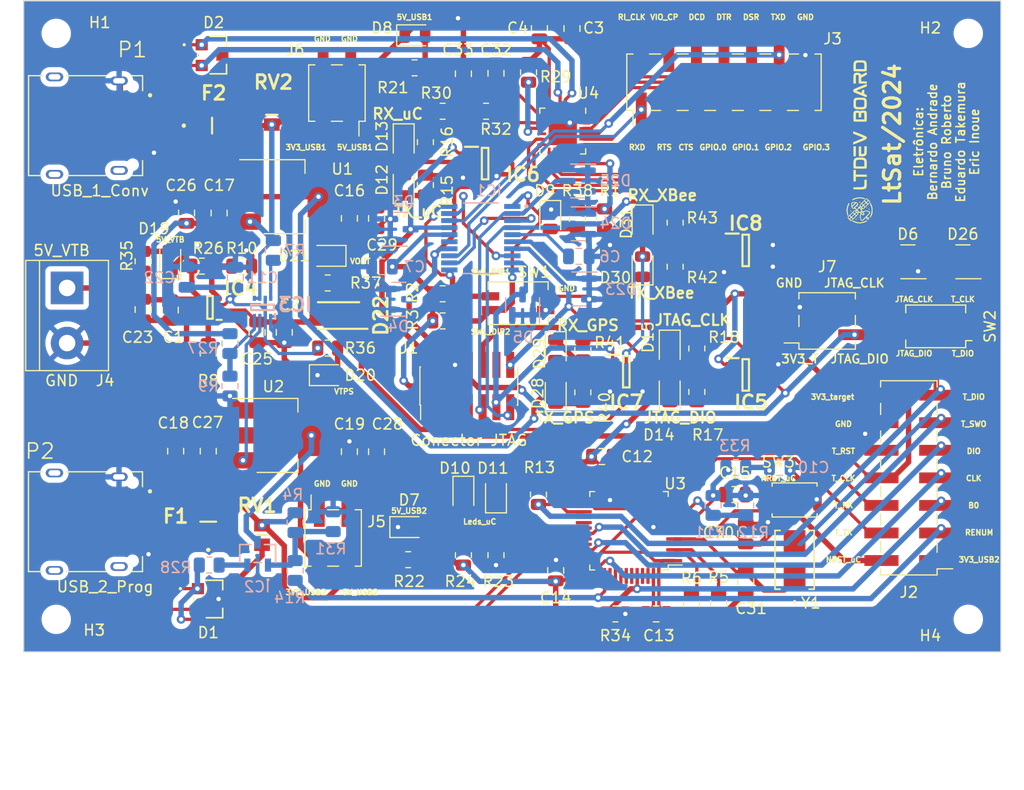
<source format=kicad_pcb>
(kicad_pcb (version 20221018) (generator pcbnew)
  (layers (0 "F.Cu" signal) (31 "B.Cu" power) (34 "B.Paste" user) (35 "F.Paste" user) (36 "B.SilkS" user "B.Silkscreen") (37 "F.SilkS" user "F.Silkscreen") (38 "B.Mask" user) (39 "F.Mask" user) (44 "Edge.Cuts" user))
  (net 0 "")
  (net 1 "/5V_VTB")
  (net 2 "GND")
  (net 3 "/VOUT")
  (net 4 "/3V3_USB1")
  (net 5 "/3V3_target")
  (net 6 "/VTPS")
  (net 7 "/VSS_TMUX")
  (net 8 "/5V_USB2")
  (net 9 "/5V_USB1")
  (net 10 "/3V3_USB2")
  (net 11 "Net-(U3-PD1)")
  (net 12 "Net-(U3-PD0)")
  (net 13 "/D-_USB2")
  (net 14 "/D+_USB2")
  (net 15 "/D-_USB1")
  (net 16 "/D+_USB1")
  (net 17 "/TX_uC")
  (net 18 "/RX_uC")
  (net 19 "/TX_GPS")
  (net 20 "/RX_GPS")
  (net 21 "/TX_XBEE")
  (net 22 "/RX_XBEE")
  (net 23 "/T_DIO")
  (net 24 "/T_CLK")
  (net 25 "Net-(D7-A)")
  (net 26 "Net-(D8-A)")
  (net 27 "Net-(D9-A)")
  (net 28 "Net-(D10-A)")
  (net 29 "/LED")
  (net 30 "Net-(D11-K)")
  (net 31 "Net-(F1-Pad1)")
  (net 32 "Net-(F2-Pad1)")
  (net 33 "/D1")
  (net 34 "/D2")
  (net 35 "/RXD")
  (net 37 "/TXD")
  (net 38 "Net-(IC2-B)")
  (net 39 "Net-(IC2-E)")
  (net 40 "/PR1")
  (net 41 "/POWER_STATUS_1")
  (net 42 "/PR2")
  (net 43 "/POWER_STATUS_2")
  (net 44 "/GPIO1")
  (net 45 "Net-(D19-A)")
  (net 46 "/JTAG_DIO")
  (net 47 "/JTAG_CLK")
  (net 48 "/RST_uC")
  (net 49 "/T_TX")
  (net 50 "/T_RX")
  (net 51 "/T_RST")
  (net 52 "/DIO")
  (net 53 "/T_SWO")
  (net 54 "/CLK")
  (net 55 "/B0")
  (net 56 "/DCD")
  (net 57 "/GPIO.0")
  (net 58 "/DTR")
  (net 59 "/GPIO.1")
  (net 60 "/DSR")
  (net 61 "/GPIO.2")
  (net 62 "/RTS")
  (net 63 "/GPIO.3")
  (net 64 "/CTS")
  (net 65 "Net-(D20-A)")
  (net 66 "Net-(D12-K)")
  (net 67 "Net-(D21-A)")
  (net 68 "/VOUT_JTAG")
  (net 69 "/VIO_CP")
  (net 94 "/nSUSPEND")
  (net 95 "Net-(D13-K)")
  (net 96 "Net-(D14-K)")
  (net 97 "Net-(U3-PC14)")
  (net 98 "Net-(U3-PC13)")
  (net 99 "Net-(U3-PA0)")
  (net 100 "Net-(U3-PB12)")
  (net 101 "/RENUM")
  (net 102 "/nRST")
  (net 103 "/VBUS_DIV")
  (net 124 "/SUSPEND")
  (net 125 "/RI_CLK")
  (net 126 "Net-(D15-K)")
  (net 127 "/NRST_uC")
  (net 128 "/SW1_DIP1")
  (net 129 "/SW1_DIP2")
  (net 130 "Net-(D28-K)")
  (net 131 "Net-(D29-K)")
  (net 132 "Net-(D30-K)")
  (net 133 "Net-(D31-K)")
  (net 134 "Net-(IC5-NC2)")
  (net 135 "Net-(IC5-NC1)")
  (net 136 "Net-(IC6-NO2)")
  (net 137 "Net-(IC6-NO1)")
  (net 138 "Net-(IC7-NO2)")
  (net 139 "Net-(IC7-NO1)")
  (net 140 "Net-(IC8-NO2)")
  (net 141 "Net-(IC8-NO1)")
  (footprint "Resistor_SMD:R_0805_2012Metric" (layer "F.Cu") (at 163.5 56 180)
    (fp_text reference "R37")
    (fp_text value "120R")
  )
  (footprint "Connector_PinSocket_2.54mm:PinSocket_2x02_P2.54mm_Vertical_SMD" (layer "F.Cu") (at 164.35 38.5 -90)
    (fp_text reference "J6")
    (fp_text value "Conn_02x02_Odd_Even")
  )
  (footprint "Resistor_SMD:R_0805_2012Metric" (layer "F.Cu") (at 174.0875 59.5)
    (fp_text reference "R3")
    (fp_text value "10k")
  )
  (footprint "Lt_Dev:XTAL_MSB2GI_YXC" (layer "F.Cu") (at 206.5 81.5125 90)
    (fp_text reference "Y1")
    (fp_text value "8MHz")
  )
  (footprint "MountingHole:MountingHole_2.2mm_M2" (layer "F.Cu") (at 222.5 33)
    (fp_text reference "H2")
    (fp_text value "MountingHole")
  )
  (footprint "Lt_Dev:1206L075132WR" (layer "F.Cu") (at 152.5 78 90)
    (fp_text reference "F1")
    (fp_text value "1206L075_13.2WR" hide)
  )
  (footprint "Capacitor_SMD:C_0805_2012Metric" (layer "F.Cu") (at 179 36.675 -90)
    (fp_text reference "C32")
    (fp_text value "100nF")
  )
  (footprint "Resistor_SMD:R_0805_2012Metric" (layer "F.Cu") (at 197.5 66.0375 90)
    (fp_text reference "R17")
    (fp_text value "100R")
  )
  (footprint "Resistor_SMD:R_0805_2012Metric" (layer "F.Cu") (at 171.5 36.175 180)
    (fp_text reference "R21")
    (fp_text value "220R")
  )
  (footprint "Capacitor_SMD:C_0805_2012Metric" (layer "F.Cu") (at 184.5 82.5 -90)
    (fp_text reference "C14")
    (fp_text value "100nF")
  )
  (footprint "Package_TO_SOT_SMD:SOT-223-3_TabPin2" (layer "F.Cu") (at 158.85 70.05)
    (fp_text reference "U2")
    (fp_text value "AMS1117")
  )
  (footprint "Capacitor_SMD:C_0805_2012Metric" (layer "F.Cu") (at 146.5 58.45 -90)
    (fp_text reference "C23")
    (fp_text value "10uF")
  )
  (footprint "Resistor_SMD:R_0805_2012Metric" (layer "F.Cu") (at 182.9125 75.5 90)
    (fp_text reference "R13")
    (fp_text value "100R")
  )
  (footprint "MountingHole:MountingHole_2.2mm_M2" (layer "F.Cu") (at 138.5 33)
    (fp_text reference "H1")
    (fp_text value "MountingHole")
  )
  (footprint "Capacitor_SMD:C_0805_2012Metric" (layer "F.Cu") (at 183 32.55 90)
    (fp_text reference "C4")
    (fp_text value "4.7uF")
  )
  (footprint "Button_Switch_SMD:SW_DIP_SPSTx02_Slide_Copal_CHS-02A_W5.08mm_P1.27mm_JPin" (layer "F.Cu") (at 219.5 60 180)
    (fp_text reference "SW2")
    (fp_text value "SW_DIP_x02")
  )
  (footprint "Resistor_SMD:R_0805_2012Metric" (layer "F.Cu") (at 197.5 62.0375 90)
    (fp_text reference "R18")
    (fp_text value "100R")
  )
  (footprint "Resistor_SMD:R_0805_2012Metric" (layer "F.Cu") (at 174.0875 40.175 180)
    (fp_text reference "R30")
    (fp_text value "22.1k")
  )
  (footprint "LED_SMD:LED_0805_2012Metric" (layer "F.Cu") (at 176 75.5 -90)
    (fp_text reference "D10")
    (fp_text value "LED_Yellow")
  )
  (footprint "Resistor_SMD:R_0805_2012Metric" (layer "F.Cu") (at 182 36.5875 90)
    (fp_text reference "R29")
    (fp_text value "1k")
  )
  (footprint "Resistor_SMD:R_0805_2012Metric" (layer "F.Cu") (at 163.5 62 180)
    (fp_text reference "R36")
    (fp_text value "120R")
  )
  (footprint "Package_QFP:LQFP-48_7x7mm_P0.5mm" (layer "F.Cu") (at 191.25 78.8375 180)
    (fp_text reference "U3")
    (fp_text value "STM32F103CBTx")
  )
  (footprint "Capacitor_SMD:C_0805_2012Metric" (layer "F.Cu") (at 188.75 72 180)
    (fp_text reference "C12")
    (fp_text value "100nF")
  )
  (footprint "Resistor_SMD:R_0805_2012Metric" (layer "F.Cu") (at 199.5 85.5 90)
    (fp_text reference "R5")
    (fp_text value "10k")
  )
  (footprint "Resistor_SMD:R_0805_2012Metric" (layer "F.Cu") (at 170.9125 81.5 180)
    (fp_text reference "R22")
    (fp_text value "220R")
  )
  (footprint "Lt_Dev:SOTFL50P160X60-8N" (layer "F.Cu") (at 152.662 58.25 180)
    (fp_text reference "IC4")
    (fp_text value "TPS2116DRLR" hide)
  )
  (footprint "Resistor_SMD:R_0805_2012Metric" (layer "F.Cu") (at 195.5 54.5 90)
    (fp_text reference "R42")
    (fp_text value "100R")
  )
  (footprint "Lt_Dev:ltdevboard" (layer "F.Cu") (at 212.5 43.5 90)
    (fp_text reference "G***" hide)
    (fp_text value "LOGO" hide)
  )
  (footprint "Resistor_SMD:R_0805_2012Metric" (layer "F.Cu") (at 178.0875 40.175 180)
    (fp_text reference "R32")
    (fp_text value "47.5k")
  )
  (footprint "Capacitor_SMD:C_0805_2012Metric" (layer "F.Cu") (at 153.5 49.55 90)
    (fp_text reference "C17")
    (fp_text value "100nF")
  )
  (footprint "LED_SMD:LED_0805_2012Metric" (layer "F.Cu") (at 192.5 50.5 -90)
    (fp_text reference "D31")
    (fp_text value "LED_Green")
  )
  (footprint "Resistor_SMD:R_0805_2012Metric" (layer "F.Cu") (at 155.5865 54.45)
    (fp_text reference "R10")
    (fp_text value "1k")
  )
  (footprint "Button_Switch_SMD:SW_Push_SPST_NO_Alps_SKRK" (layer "F.Cu") (at 206.5 76 180)
    (fp_text reference "SW3")
    (fp_text value "SW_Push")
  )
  (footprint "Connector_PinSocket_2.54mm:PinSocket_2x02_P2.54mm_Vertical_SMD" (layer "F.Cu") (at 164 79.5 90)
    (fp_text reference "J5")
    (fp_text value "Conn_02x02_Odd_Even")
  )
  (footprint "Connector_PinHeader_2.54mm:PinHeader_2x07_P2.54mm_Vertical_SMD" (layer "F.Cu") (at 217.025 73.96 180)
    (fp_text reference "J2")
    (fp_text value "Conn_JTAG_02x07")
  )
  (footprint "Capacitor_SMD:C_0805_2012Metric" (layer "F.Cu") (at 159.5 60.55 -90)
    (fp_text reference "C2")
    (fp_text value "100nF")
  )
  (footprint "Lt_Dev:AMPHENOL_12401610E4_2A" (layer "F.Cu") (at 145.5325 78 -90)
    (fp_text reference "P2")
    (fp_text value "USB_C_Plug (Prog)")
    (fp_line (start 3.45 -0.325) (end 3.75 -0.325) (stroke (width 0.01)) (layer "Edge.Cuts"))
    (fp_line (start 3.75 0.325) (end 3.45 0.325) (stroke (width 0.01)) (layer "Edge.Cuts"))
    (fp_arc (start 3.45 0.325) (mid 3.125 0) (end 3.45 -0.325) (stroke (width 0.01)) (layer "Edge.Cuts"))
    (fp_arc (start 3.75 -0.325) (mid 4.075 0) (end 3.75 0.325) (stroke (width 0.01)) (layer "Edge.Cuts"))
  )
  (footprint "Lt_Dev:SODFL4724X108N" (layer "F.Cu") (at 164.5 59 180)
    (fp_text reference "D22")
    (fp_text value "CMS04_TE12L,Q,M_" hide)
  )
  (footprint "Capacitor_SMD:C_0805_2012Metric" (layer "F.Cu") (at 165.5 50.05 -90)
    (fp_text reference "C16")
    (fp_text value "100nF")
  )
  (footprint "Capacitor_SMD:C_0805_2012Metric" (layer "F.Cu") (at 149.5 71.5 90)
    (fp_text reference "C18")
    (fp_text value "100nF")
  )
  (footprint "Connector_PinSocket_2.54mm:PinSocket_2x02_P2.54mm_Vertical_SMD" (layer "F.Cu") (at 209.5 59.5 180)
    (fp_text reference "J7")
    (fp_text value "Conn_02x02_Odd_Even")
  )
  (footprint "Lt_Dev:AMPHENOL_12401610E4_2A" (layer "F.Cu") (at 145.54 41.5 -90)
    (fp_text reference "P1")
    (fp_text value "USB_C_Plug (Conv)")
    (fp_line (start 3.45 -0.325) (end 3.75 -0.325) (stroke (width 0.01)) (layer "Edge.Cuts"))
    (fp_line (start 3.75 0.325) (end 3.45 0.325) (stroke (width 0.01)) (layer "Edge.Cuts"))
    (fp_arc (start 3.45 0.325) (mid 3.125 0) (end 3.45 -0.325) (stroke (width 0.01)) (layer "Edge.Cuts"))
    (fp_arc (start 3.75 -0.325) (mid 4.075 0) (end 3.75 0.325) (stroke (width 0.01)) (layer "Edge.Cuts"))
  )
  (footprint "MountingHole:MountingHole_2.2mm_M2" (layer "F.Cu") (at 138.5 87)
    (fp_text reference "H3")
    (fp_text value "MountingHole")
  )
  (footprint "Capacitor_SMD:C_0805_2012Metric" (layer "F.Cu") (at 202 83.55 -90)
    (fp_text reference "C31")
    (fp_text value "30pF")
  )
  (footprint "Package_TO_SOT_SMD:SOT-23" (layer "F.Cu") (at 216.9375 54.05 180)
    (fp_text reference "D6")
    (fp_text value "SLVU2.8-MS")
  )
  (footprint "Button_Switch_SMD:SW_DIP_SPSTx02_Slide_Copal_CHS-02A_W5.08mm_P1.27mm_JPin" (layer "F.Cu") (at 181.04 57.865 180)
    (fp_text reference "SW1")
    (fp_text value "SW_DIP_x02")
  )
  (footprint "MountingHole:MountingHole_2.2mm_M2" (layer "F.Cu") (at 222.5 87)
    (fp_text reference "H4")
    (fp_text value "MountingHole")
  )
  (footprint "LED_SMD:LED_0805_2012Metric" (layer "F.Cu") (at 163.5 53.5 180)
    (fp_text reference "D21")
    (fp_text value "LED_Red")
  )
  (footprint "Resistor_SMD:R_0805_2012Metric" (layer "F.Cu") (at 197 85.5875 90)
    (fp_text reference "R6")
    (fp_text value "10k")
  )
  (footprint "Capacitor_SMD:C_0805_2012Metric" (layer "F.Cu") (at 186 32.55 90)
    (fp_text reference "C3")
    (fp_text value "100nF")
  )
  (footprint "Capacitor_SMD:C_0805_2012Metric" (layer "F.Cu") (at 193.75 86.5)
    (fp_text reference "C13")
    (fp_text value "100nF")
  )
  (footprint "LED_SMD:LED_0805_2012Metric" (layer "F.Cu") (at 170.5 47 90)
    (fp_text reference "D12")
    (fp_text value "LED_Green")
  )
  (footprint "Lt_Dev:SOT65P280X145-8N" (layer "F.Cu") (at 202 53)
    (fp_text reference "IC8")
    (fp_text value "TS3A4741DCNR" hide)
  )
  (footprint "Lt_Dev:SOT65P280X145-8N" (layer "F.Cu") (at 178 45)
    (fp_text reference "IC6")
    (fp_text value "TS3A4741DCNR" hide)
  )
  (footprint "Connector_PinHeader_2.54mm:PinHeader_2x07_P2.54mm_Vertical_SMD" (layer "F.Cu") (at 200 37.5 90)
    (fp_text reference "J3")
    (fp_text value "Conn_JTAG_02x07")
  )
  (footprint "Capacitor_SMD:C_0805_2012Metric" (layer "F.Cu") (at 150.5 49.55 90)
    (fp_text reference "C26")
    (fp_text value "22uF")
  )
  (footprint "Lt_Dev:SOT65P280X145-8N" (layer "F.Cu") (at 202 64.475)
    (fp_text reference "IC5")
    (fp_text value "TS3A4742DCNR" hide)
  )
  (footprint "Resistor_SMD:R_0805_2012Metric" (layer "F.Cu") (at 189 50.0875 90)
    (fp_text reference "R1")
    (fp_text value "10k")
  )
  (footprint "Resistor_SMD:R_0805_2012Metric" (layer "F.Cu") (at 146.5 54 -90)
    (fp_text reference "R35")
    (fp_text value "120R")
  )
  (footprint "Capacitor_SMD:C_0805_2012Metric" (layer "F.Cu") (at 157 60.55 -90)
    (fp_text reference "C25")
    (fp_text value "10uF")
  )
  (footprint "Resistor_SMD:R_0805_2012Metric" (layer "F.Cu") (at 195.5 50.4375 90)
    (fp_text reference "R43")
    (fp_text value "100R")
  )
  (footprint "Resistor_SMD:R_0805_2012Metric" (layer "F.Cu") (at 172.5 43.0225 90)
    (fp_text reference "R16")
    (fp_text value "100R")
  )
  (footprint "Resistor_SMD:R_0805_2012Metric" (layer "F.Cu") (at 190 86.5 180)
    (fp_text reference "R34")
    (fp_text value "100k")
  )
  (footprint "LED_SMD:LED_0805_2012Metric" (layer "F.Cu") (at 195 66.0375 90)
    (fp_text reference "D14")
    (fp_text value "LED_Green")
  )
  (footprint "Package_TO_SOT_SMD:SOT-23" (layer "F.Cu") (at 222 54.05 180)
    (fp_text reference "D26")
    (fp_text value "SLVU2.8-MS")
  )
  (footprint "LED_SMD:LED_0805_2012Metric" (layer "F.Cu") (at 171.5375 33.175)
    (fp_text reference "D8")
    (fp_text value "LED_Red")
  )
  (footprint "LED_SMD:LED_0805_2012Metric" (layer "F.Cu") (at 163.5 64.5)
    (fp_text reference "D20")
    (fp_text value "LED_Red")
  )
  (footprint "LED_SMD:LED_0805_2012Metric" (layer "F.Cu") (at 170.9125 78.5)
    (fp_text reference "D7")
    (fp_text value "LED_Red")
  )
  (footprint "Capacitor_SMD:C_0805_2012Metric" (layer "F.Cu") (at 149 58.5 -90)
    (fp_text reference "C1")
    (fp_text value "100nF")
  )
  (footprint "Resistor_SMD:R_0805_2012Metric" (layer "F.Cu") (at 187 62.175 90)
    (fp_text reference "R41")
    (fp_text value "100R")
  )
  (footprint "LED_SMD:LED_0805_2012Metric" (layer "F.Cu") (at 149 53.9125 90)
    (fp_text reference "D19")
    (fp_text value "LED_Red")
  )
  (footprint "Capacitor_SMD:C_0805_2012Metric" (layer "F.Cu") (at 176 36.725 -90)
    (fp_text reference "C33")
    (fp_text value "4.7uF")
  )
  (footprint "TerminalBlock:TerminalBlock_bornier-2_P5.08mm" (layer "F.Cu") (at 139.5 56.46 -90)
    (fp_text reference "J4")
    (fp_text value "Screw_Terminal_01x02")
  )
  (footprint "Package_TO_SOT_SMD:SOT-223-3_TabPin2" (layer "F.Cu") (at 159.5 48.05)
    (fp_text reference "U1")
    (fp_text value "AMS1117")
  )
  (footprint "Lt_Dev:VARC2012X110N" (layer "F.Cu") (at 157.4525 79.225 -90)
    (fp_text reference "RV1")
    (fp_text value "V5.5MLA0805NH" hide)
  )
  (footprint "Capacitor_SMD:C_0805_2012Metric" (layer "F.Cu") (at 168 50.05 -90)
    (fp_text reference "C29")
    (fp_text value "22uF")
  )
  (footprint "Lt_Dev:1206L075132WR" (layer "F.Cu") (at 152.85 41.5)
    (fp_text reference "F2")
    (fp_text value "1206L075_13.2WR" hide)
  )
  (footprint "LED_SMD:LED_0805_2012Metric" (layer "F.Cu") (at 192.5 54.5 90)
    (fp_text reference "D30")
    (fp_text value "LED_Green")
  )
  (footprint "Resistor_SMD:R_0805_2012Metric" (layer "F.Cu") (at 174.0875 57)
    (fp_text reference "R2")
    (fp_text value "10k")
  )
  (footprint "Lt_Dev:SOT65P280X145-8N" (layer "F.Cu") (at 191 64.175)
    (fp_text reference "IC7")
    (fp_text value "TS3A4741DCNR" hide)
  )
  (footprint "Resistor_SMD:R_0805_2012Metric" (layer "F.Cu") (at 179 81.0875 90)
    (fp_text reference "R23")
    (fp_text value "220R")
  )
  (footprint "Connector_PinHeader_1.27mm:PinHeader_2x07_P1.27mm_Vertical_SMD" (layer "F.Cu") (at 176.5 65.5 90)
    (fp_text reference "J1")
    (fp_text value "Conn_JTAG_02x07")
  )
  (footprint "LED_SMD:LED_0805_2012Metric" (layer "F.Cu") (at 195 62.0375 -90)
    (fp_text reference "D15")
    (fp_text value "LED_Green")
  )
  (footprint "LED_SMD:LED_0805_2012Metric" (layer "F.Cu") (at 170.5 43.0225 -90)
    (fp_text reference "D13")
    (fp_text value "LED_Green")
  )
  (footprint "Lt_Dev:VARC2012X110N" (layer "F.Cu") (at 158.35 40.5 90)
    (fp_text reference "RV2")
    (fp_text value "V5.5MLA0805NH" hide)
  )
  (footprint "Resistor_SMD:R_0805_2012Metric" (layer "F.Cu") (at 187 66.0875 90)
    (fp_text reference "R40")
    (fp_text value "100R")
  )
  (footprint "Resistor_SMD:R_0805_2012Metric" (layer "F.Cu") (at 176 81.0875 -90)
    (fp_text reference "R24")
    (fp_text value "220R")
  )
  (footprint "Resistor_SMD:R_0805_2012Metric" (layer "F.Cu") (at 172.5 46.9775 90)
    (fp_text reference "R15")
    (fp_text value "100R")
  )
  (footprint "Lt_Dev:SOD23_LTF" (layer "F.Cu") (at 152.5 85.125)
    (fp_text reference "D1")
    (fp_text value "PGB102ST23WR")
  )
  (footprint "Resistor_SMD:R_0805_2012Metric" (layer "F.Cu") (at 151.9115 54.45)
    (fp_text reference "R26")
    (fp_text value "3.3k")
  )
  (footprint "LED_SMD:LED_0805_2012Metric" (layer "F.Cu") (at 184.5 66.175 90)
    (fp_text reference "D28")
    (fp_text value "LED_Green")
  )
  (footprint "Lt_Dev:SOD23_LTF" (layer "F.Cu") (at 152.85 35)
    (fp_text reference "D2")
    (fp_text value "PGB102ST23WR")
  )
  (footprint "Capacitor_SMD:C_0805_2012Metric" (layer "F.Cu") (at 152.5 71.5 90)
    (fp_text reference "C27")
    (fp_text value "22uF")
  )
  (footprint "Capacitor_SMD:C_0805_2012Metric" (layer "F.Cu") (at 201 75.5 180)
    (fp_text reference "C15")
    (fp_text value "100nF")
  )
  (footprint "Capacitor_SMD:C_0805_2012Metric" (layer "F.Cu") (at 202 79.1 90)
    (fp_text reference "C30")
    (fp_text value "30pF")
  )
  (footprint "Resistor_SMD:R_0805_2012Metric" (layer "F.Cu") (at 152.499 62.5 -90)
    (fp_text reference "R8")
    (fp_text value "10k")
  )
  (footprint "Capacitor_SMD:C_0805_2012Metric" (layer "F.Cu") (at 165.5 71.55 90)
    (fp_text reference "C19")
    (fp_text value "100nF")
  )
  (footprint "Resistor_SMD:R_0805_2012Metric" (layer "F.Cu") (at 186.5 50.0875 90)
    (fp_text reference "R38")
    (fp_text value "100R")
  )
  (footprint "LED_SMD:LED_0805_2012Metric" (layer "F.Cu") (at 184 50.0875 -90)
    (fp_text reference "D9")
    (fp_text value "LED_Yellow")
  )
  (footprint "LED_SMD:LED_0805_2012Metric" (layer "F.Cu") (at 184.5 62.175 -90)
    (fp_text reference "D29")
    (fp_text value "LED_Green")
  )
  (footprint "Capacitor_SMD:C_0805_2012Metric" (layer "F.Cu") (at 168 71.55 90)
    (fp_text reference "C28")
    (fp_text value "22uF")
  )
  (footprint "Package_DFN_QFN:QFN-24-1EP_4x4mm_P0.5mm_EP2.6x2.6mm" (layer "F.Cu") (at 185.15 42 -90)
    (fp_text reference "U4")
    (fp_text value "CP2102N-Axx-xQFN24")
  )
  (footprint "LED_SMD:LED_0805_2012Metric" (layer "F.Cu") (at 179 75.5 90)
    (fp_text reference "D11")
    (fp_text value "LED_Red")
  )
  (footprint "Package_TO_SOT_SMD:SOT-23" (layer "B.Cu") (at 186.640372 56.55 180)
    (fp_text reference "D23")
    (fp_text value "SLVU2.8-MS")
  )
  (footprint "Package_TO_SOT_SMD:SOT-23" (layer "B.Cu") (at 170.0625 57.5)
    (fp_text reference "D4")
    (fp_text value "SLVU2.8-MS")
  )
  (footprint "Resistor_SMD:R_0805_2012Metric" (layer "B.Cu") (at 160.5 78.0875 90)
    (fp_text reference "R4")
    (fp_text value "10k")
  )
  (footprint "Lt_Dev:IC_TMUX1134PWR" (layer "B.Cu") (at 177.602872 51.875 180)
    (fp_text reference "IC1")
    (fp_text value "TMUX1134PWR")
  )
  (footprint "Package_TO_SOT_SMD:SOT-23" (layer "B.Cu") (at 186.515372 46.6 180)
    (fp_text reference "D25")
    (fp_text value "SLVU2.8-MS")
  )
  (footprint "Package_TO_SOT_SMD:SOT-23" (layer "B.Cu") (at 186.577872 50.55 180)
    (fp_text reference "D24")
    (fp_text value "SLVU2.8-MS")
  )
  (footprint "Capacitor_SMD:C_0805_2012Metric" (layer "B.Cu") (at 155 55.5 90)
    (fp_text reference "C11")
    (fp_text value "100nF")
  )
  (footprint "Package_TO_SOT_SMD:SOT-23" (layer "B.Cu") (at 181.45 58 90)
    (fp_text reference "D5")
    (fp_text value "SLVU2.8-MS")
  )
  (footprint "Capacitor_SMD:C_0805_2012Metric" (layer "B.Cu") (at 168.5 54.5 180)
    (fp_text reference "C7")
    (fp_text value "100nF")
  )
  (footprint "Resistor_SMD:R_0805_2012Metric" (layer "B.Cu") (at 201.0875 73 180)
    (fp_text reference "R33")
    (fp_text value "100k")
  )
  (footprint "Resistor_SMD:R_0805_2012Metric" (layer "B.Cu") (at 152.5875 82)
    (fp_text reference "R28")
    (fp_text value "1.5k")
  )
  (footprint "Package_TO_SOT_SMD:SOT-23" (layer "B.Cu") (at 170.202872 51.05)
    (fp_text reference "D3")
    (fp_text value "SLVU2.8-MS")
  )
  (footprint "Capacitor_SMD:C_0805_2012Metric" (layer "B.Cu") (at 150.5 55.45 90)
    (fp_text reference "C22")
    (fp_text value "10uF")
  )
  (footprint "Lt_Dev:QPNP1B2E3C_SOT-23_MCC" (layer "B.Cu") (at 157.049999 80.9332 180)
    (fp_text reference "IC2")
    (fp_text value "MMS9013-H-TP")
  )
  (footprint "Resistor_SMD:R_0805_2012Metric" (layer "B.Cu") (at 160.5 82.5 90)
    (fp_text reference "R14")
    (fp_text value "100R")
  )
  (footprint "Resistor_SMD:R_0805_2012Metric" (layer "B.Cu") (at 199 76.5 90)
    (fp_text reference "R11")
    (fp_text value "4.7k")
  )
  (footprint "Resistor_SMD:R_0805_2012Metric" (layer "B.Cu") (at 154.5 65.5 -90)
    (fp_text reference "R9")
    (fp_text value "1k")
  )
  (footprint "Capacitor_SMD:C_0805_2012Metric" (layer "B.Cu") (at 205.1375 73)
    (fp_text reference "C10")
    (fp_text value "100nF")
  )
  (footprint "Capacitor_SMD:C_0805_2012Metric" (layer "B.Cu") (at 186.627872 53.55)
    (fp_text reference "C6")
    (fp_text value "100nF")
  )
  (footprint "Resistor_SMD:R_0805_2012Metric" (layer "B.Cu") (at 154.5 61.5875 -90)
    (fp_text reference "R27")
    (fp_text value "3.3k")
  )
  (footprint "Lt_Dev:SOTFL50P160X60-8N" (layer "B.Cu") (at 157.5 58.25 90)
    (fp_text reference "IC3")
    (fp_text value "TPS2116DRLR" hide)
  )
  (footprint "Resistor_SMD:R_0805_2012Metric" (layer "B.Cu") (at 164 78 -90)
    (fp_text reference "R31")
    (fp_text value "39k")
  )
  (footprint "Resistor_SMD:R_0805_2012Metric" (layer "B.Cu") (at 202 76.5 -90)
    (fp_text reference "R12")
    (fp_text value "4.7k")
  )
  (footprint "Resistor_SMD:R_0805_2012Metric" (layer "B.Cu") (at 158.5 53 90)
    (fp_text reference "R7")
    (fp_text value "10k")
  )
  (gr_rect (start 135.5 30) (end 225.5 90) (stroke (width 0.1)) (fill none) (layer "Edge.Cuts"))
  (gr_text "VIO_CP" (at 194.5 31.5) (layer "F.SilkS") (effects (font (size 0.5 0.5) (thickness 0.125))))
  (gr_text "JTAG_CLK" (at 212 56) (layer "F.SilkS") (effects (font (size 0.8 0.8))))
  (gr_text "TX_uC\n" (at 169.5 50) (layer "F.SilkS") (effects (font (size 1 1) (thickness 0.2) bold) (justify left bottom)))
  (gr_text "SW1_DIP1" (at 178.5 55) (layer "F.SilkS") (effects (font (size 0.5 0.5) (thickness 0.125))))
  (gr_text "JTAG_DIO" (at 212.5 63) (layer "F.SilkS") (effects (font (size 0.8 0.8))))
  (gr_text "USB_2_Prog" (at 143 84) (layer "F.SilkS") (effects (font (size 1 1))))
  (gr_text "USB_1_Conv" (at 142.5 47.5) (layer "F.SilkS") (effects (font (size 1 1))))
  (gr_text "GND" (at 207.5 31.5) (layer "F.SilkS") (effects (font (size 0.5 0.5) (thickness 0.125))))
  (gr_text "5V_VTB" (at 139 53) (layer "F.SilkS") (effects (font (size 1 1))))
  (gr_text "RENUM" (at 223.5 79) (layer "F.SilkS") (effects (font (size 0.5 0.5) (thickness 0.125))))
  (gr_text "T_DIO" (at 223 66.5) (layer "F.SilkS") (effects (font (size 0.5 0.5) (thickness 0.125))))
  (gr_text "5V_USB1" (at 171.5 31.5) (layer "F.SilkS") (effects (font (size 0.5 0.5) (thickness 0.125))))
  (gr_text "DTR" (at 200 31.5) (layer "F.SilkS") (effects (font (size 0.5 0.5) (thickness 0.125))))
  (gr_text "CLK" (at 223 74) (layer "F.SilkS") (effects (font (size 0.5 0.5) (thickness 0.125))))
  (gr_text "3V3_USB2" (at 161.5 84.5) (layer "F.SilkS") (effects (font (size 0.5 0.5) (thickness 0.125))))
  (gr_text "DSR" (at 202.5 31.5) (layer "F.SilkS") (effects (font (size 0.5 0.5) (thickness 0.125))))
  (gr_text "CTS" (at 196.5 43.5) (layer "F.SilkS") (effects (font (size 0.5 0.5) (thickness 0.125))))
  (gr_text "3V3_T\n" (at 207 63) (layer "F.SilkS") (effects (font (size 0.8 0.8))))
  (gr_text "SW1_DIP2" (at 178.5 60.5) (layer "F.SilkS") (effects (font (size 0.5 0.5) (thickness 0.125))))
  (gr_text "JTAG_CLK" (at 193.5 60) (layer "F.SilkS") (effects (font (size 1 1) (thickness 0.2) bold) (justify left bottom)))
  (gr_text "GND" (at 163 33.5) (layer "F.SilkS") (effects (font (size 0.5 0.5) (thickness 0.125))))
  (gr_text "GND" (at 139 65) (layer "F.SilkS") (effects (font (size 1 1))))
  (gr_text "RX_GPS\n" (at 184.5 60.49) (layer "F.SilkS") (effects (font (size 1 1) (thickness 0.2) bold) (justify left bottom)))
  (gr_text "TX_GPS\n" (at 182.5 69) (layer "F.SilkS") (effects (font (size 1 1) (thickness 0.2) bold) (justify left bottom)))
  (gr_text "TX_XBee\n" (at 191 57.5) (layer "F.SilkS") (effects (font (size 1 1) (thickness 0.2) bold) (justify left bottom)))
  (gr_text "5V_USB2" (at 166.5 84.5) (layer "F.SilkS") (effects (font (size 0.5 0.5) (thickness 0.125))))
  (gr_text "RXD" (at 192 43.5) (layer "F.SilkS") (effects (font (size 0.5 0.5) (thickness 0.125))))
  (gr_text "T_RST" (at 211 71.5) (layer "F.SilkS") (effects (font (size 0.5 0.5) (thickness 0.125))))
  (gr_text "GPIO.1" (at 202 43.5) (layer "F.SilkS") (effects (font (size 0.5 0.5) (thickness 0.125))))
  (gr_text "GPIO.3" (at 208.5 43.5) (layer "F.SilkS") (effects (font (size 0.5 0.5) (thickness 0.125))))
  (gr_text "GPIO.0" (at 199 43.5) (layer "F.SilkS") (effects (font (size 0.5 0.5) (thickness 0.125))))
  (gr_text "GND" (at 165.5 74.5) (layer "F.SilkS") (effects (font (size 0.5 0.5) (thickness 0.125))))
  (gr_text "T_CLK" (at 211 74) (layer "F.SilkS") (effects (font (size 0.5 0.5) (thickness 0.125))))
  (gr_text "3V3_target" (at 210 66.5) (layer "F.SilkS") (effects (font (size 0.5 0.5) (thickness 0.125))))
  (gr_text "RX_uC\n" (at 167.5 41) (layer "F.SilkS") (effects (font (size 1 1) (thickness 0.2) bold) (justify left bottom)))
  (gr_text "DIO" (at 223 71.5) (layer "F.SilkS") (effects (font (size 0.5 0.5) (thickness 0.125))))
  (gr_text "TXD" (at 205 31.5) (layer "F.SilkS") (effects (font (size 0.5 0.5) (thickness 0.125))))
  (gr_text "Eletrônica:\nBernardo Andrade\nBruno Roberto\nEduardo Takemura\nEric Inoue" (at 220.5 43 90) (layer "F.SilkS") (effects (font (size 0.8 0.8))))
  (gr_text "T_DIO" (at 222 62.5) (layer "F.SilkS") (effects (font (size 0.5 0.5) (thickness 0.125))))
  (gr_text "3V3_USB1" (at 161.5 43.5) (layer "F.SilkS") (effects (font (size 0.5 0.5) (thickness 0.125))))
  (gr_text "B0" (at 223 76.5) (layer "F.SilkS") (effects (font (size 0.5 0.5) (thickness 0.125))))
  (gr_text "RI_CLK" (at 191.5 31.5) (layer "F.SilkS") (effects (font (size 0.5 0.5) (thickness 0.125))))
  (gr_text "GND\n" (at 206 56) (layer "F.SilkS") (effects (font (size 0.8 0.8))))
  (gr_text "JTAG_DIO" (at 192.5 69) (layer "F.SilkS") (effects (font (size 1 1) (thickness 0.2) bold) (justify left bottom)))
  (gr_text "RTS" (at 194.5 43.5) (layer "F.SilkS") (effects (font (size 0.5 0.5) (thickness 0.125))))
  (gr_text "3V3_USB2" (at 223.5 81.5) (layer "F.SilkS") (effects (font (size 0.5 0.5) (thickness 0.125))))
  (gr_text "JTAG_CLK" (at 217.5 57.5) (layer "F.SilkS") (effects (font (size 0.5 0.5) (thickness 0.125))))
  (gr_text "T_SWO" (at 223 69) (layer "F.SilkS") (effects (font (size 0.5 0.5) (thickness 0.125))))
  (gr_text "NRST_uC" (at 211 81.5) (layer "F.SilkS") (effects (font (size 0.5 0.5) (thickness 0.125))))
  (gr_text "T_RX" (at 211 76.5) (layer "F.SilkS") (effects (font (size 0.5 0.5) (thickness 0.125))))
  (gr_text "GND" (at 163 74.5) (layer "F.SilkS") (effects (font (size 0.5 0.5) (thickness 0.125))))
  (gr_text "DCD" (at 197.5 31.5) (layer "F.SilkS") (effects (font (size 0.5 0.5) (thickness 0.125))))
  (gr_text "VTPS" (at 165 66) (layer "F.SilkS") (effects (font (size 0.5 0.5) (thickness 0.125))))
  (gr_text "T_TX" (at 211 79) (layer "F.SilkS") (effects (font (size 0.5 0.5) (thickness 0.125))))
  (gr_text "Conector JTAG" (at 176.5 70.5) (layer "F.SilkS") (effects (font (size 1 1))))
  (gr_text "GPIO.2" (at 205 43.5) (layer "F.SilkS") (effects (font (size 0.5 0.5) (thickness 0.125))))
  (gr_text "LtSat/2024" (at 215.5 49 90) (layer "F.SilkS") (effects (font (size 1.5 1.5) (thickness 0.3) bold) (justify left)))
  (gr_text "T_CLK" (at 222 57.5) (layer "F.SilkS") (effects (font (size 0.5 0.5) (thickness 0.125))))
  (gr_text "JTAG_DIO" (at 217.5 62.5) (layer "F.SilkS") (effects (font (size 0.5 0.5) (thickness 0.125))))
  (gr_text "NRST_uC" (at 205 74) (layer "F.SilkS") (effects (font (size 0.5 0.5) (thickness 0.125))))
  (gr_text "RX_XBee\n" (at 191 48.5) (layer "F.SilkS") (effects (font (size 1 1) (thickness 0.2) bold) (justify left bottom)))
  (gr_text "VOUT" (at 166.5 54) (layer "F.SilkS") (effects (font (size 0.5 0.5) (thickness 0.125))))
  (gr_text "Leds_uC" (at 177.5 78) (layer "F.SilkS") (effects (font (size 0.5 0.5) (thickness 0.125))))
  (gr_text "GND" (at 185.5 56.5) (layer "F.SilkS") (effects (font (size 0.5 0.5) (thickness 0.125))))
  (gr_text "GND" (at 211 69) (layer "F.SilkS") (effects (font (size 0.5 0.5) (thickness 0.125))))
  (gr_text "5V_USB2" (at 171 77) (layer "F.SilkS") (effects (font (size 0.5 0.5) (thickness 0.125))))
  (gr_text "5V_VTB" (at 149 52) (layer "F.SilkS") (effects (font (size 0.5 0.5) (thickness 0.125))))
  (gr_text "GND" (at 165.5 33.5) (layer "F.SilkS") (effects (font (size 0.5 0.5) (thickness 0.125))))
  (gr_text "5V_USB1" (at 166 43.5) (layer "F.SilkS") (effects (font (size 0.5 0.5) (thickness 0.125))))
  (segment (start 150.5 58.5) (end 150.5 62) (width 0.5) (layer "F.Cu") (net 1))
  (segment (start 146.55 57.55) (end 146.5 57.5) (width 0.5) (layer "F.Cu") (net 1))
  (segment (start 149.05 57.5) (end 149 57.55) (width 0.5) (layer "F.Cu") (net 1))
  (segment (start 151.9125 63.4125) (end 152.499 63.4125) (width 0.5) (layer "F.Cu") (net 1))
  (segment (start 150.999 54.45) (end 150.999 56.675) (width 0.5) (layer "F.Cu") (net 1))
  (segment (start 151.824 57.5) (end 149.05 57.5) (width 0.5) (layer "F.Cu") (net 1))
  (segment (start 149.55 57.55) (end 150.5 58.5) (width 0.5) (layer "F.Cu") (net 1))
  (segment (start 150.999 56.675) (end 151.824 57.5) (width 0.5) (layer "F.Cu") (net 1))
  (segment (start 149 57.55) (end 146.55 57.55) (width 0.5) (layer "F.Cu") (net 1))
  (segment (start 150.5 62) (end 151.9125 63.4125) (width 0.5) (layer "F.Cu") (net 1))
  (segment (start 139.5 56.46) (end 145.46 56.46) (width 0.5) (layer "F.Cu") (net 1))
  (segment (start 149 57.55) (end 149.55 57.55) (width 0.5) (layer "F.Cu") (net 1))
  (segment (start 151.824 57.5) (end 151.824 57.9) (width 0.5) (layer "F.Cu") (net 1))
  (segment (start 145.46 56.46) (end 146.5 57.5) (width 0.5) (layer "F.Cu") (net 1))
  (segment (start 146.5 54.9125) (end 146.5 57.5) (width 0.5) (layer "F.Cu") (net 1))
  (segment (start 208.541103 75.732601) (end 208.541103 75.941103) (width 0.5) (layer "F.Cu") (net 2))
  (segment (start 157.4525 81.125) (end 153.4525 85.125) (width 0.5) (layer "F.Cu") (net 2))
  (segment (start 189 75.51562) (end 189 74.675) (width 0.3) (layer "F.Cu") (net 2))
  (segment (start 189 74.675) (end 189 72.7) (width 0.3) (layer "F.Cu") (net 2))
  (segment (start 176 32.1) (end 175.5 31.6) (width 0.5) (layer "F.Cu") (net 2))
  (segment (start 144.5 37.58) (end 144.29 37.37) (width 0.3) (layer "F.Cu") (net 2))
  (segment (start 197.65 86.5) (end 198.825 87.675) (width 0.5) (layer "F.Cu") (net 2))
  (segment (start 164.4375 52.0625) (end 165.5 51) (width 0.5) (layer "F.Cu") (net 2))
  (segment (start 200.75 54.25) (end 200 55) (width 0.4) (layer "F.Cu") (net 2))
  (segment (start 156.499 53.499) (end 156 53) (width 0.5) (layer "F.Cu") (net 2))
  (segment (start 204.325 52.675) (end 204.5 52.5) (width 0.4) (layer "F.Cu") (net 2))
  (segment (start 155.7 67.6125) (end 154.5 66.4125) (width 0.5) (layer "F.Cu") (net 2))
  (segment (start 151.239622 52.5) (end 151.5 52.5) (width 0.5) (layer "F.Cu") (net 2))
  (segment (start 183.58 57.23) (end 183.58 58.5) (width 0.5) (layer "F.Cu") (net 2))
  (segment (start 217.875 55) (end 217.875 54.925) (width 0.5) (layer "F.Cu") (net 2))
  (segment (start 165.5 70.6) (end 168 70.6) (width 0.5) (layer "F.Cu") (net 2))
  (segment (start 149 59.45) (end 146.55 59.45) (width 0.5) (layer "F.Cu") (net 2))
  (segment (start 203.25 52.675) (end 204.325 52.675) (width 0.4) (layer "F.Cu") (net 2))
  (segment (start 168 51) (end 168.9 50.1) (width 0.4) (layer "F.Cu") (net 2))
  (segment (start 161.95 36) (end 161.97 35.98) (width 0.5) (layer "F.Cu") (net 2))
  (segment (start 189.75 65.15) (end 189.75 65.75) (width 0.3) (layer "F.Cu") (net 2))
  (segment (start 170.6 33.175) (end 167.795 35.98) (width 0.5) (layer "F.Cu") (net 2))
  (segment (start 189 52) (end 189.5 52.5) (width 0.5) (layer "F.Cu") (net 2))
  (segment (start 145.357195 75.25) (end 146.1925 75.25) (width 0.3) (layer "F.Cu") (net 2))
  (segment (start 175.5 31.6) (end 172.175 31.6) (width 0.5) (layer "F.Cu") (net 2))
  (segment (start 201.95 75.5) (end 201.95 75.5375) (width 0.5) (layer "F.Cu") (net 2))
  (segment (start 189.75 65.75) (end 189.5 66) (width 0.3) (layer "F.Cu") (net 2))
  (segment (start 168.455 76.98) (end 165.27 76.98) (width 0.5) (layer "F.Cu") (net 2))
  (segment (start 153.5 48.35) (end 153.5 48.6) (width 0.5) (layer "F.Cu") (net 2))
  (segment (start 183.58 57.23) (end 187.307872 57.23) (width 0.3) (layer "F.Cu") (net 2))
  (segment (start 149 54.85) (end 149 54.739622) (width 0.5) (layer "F.Cu") (net 2))
  (segment (start 202 64.5) (end 202.35 64.15) (width 0.3) (layer "F.Cu") (net 2))
  (segment (start 144.5 38.5) (end 144.5 37.58) (width 0.3) (layer "F.Cu") (net 2))
  (segment (start 144.4925 80.5) (end 144.7425 80.75) (width 0.3) (layer "F.Cu") (net 2))
  (segment (start 193.35 65.15) (end 192.25 65.15) (width 0.3) (layer "F.Cu") (net 2))
  (segment (start 202.35 64.15) (end 203.25 64.15) (width 0.3) (layer "F.Cu") (net 2))
  (segment (start 147.25 44.25) (end 147.5 44) (width 0.3) (layer "F.Cu") (net 2))
  (segment (start 157 61.5) (end 159.5 61.5) (width 0.5) (layer "F.Cu") (net 2))
  (segment (start 193.5 85.8) (end 192.8 86.5) (width 0.3) (layer "F.Cu") (net 2))
  (segment (start 189 72.7) (end 189.7 72) (width 0.3) (layer "F.Cu") (net 2))
  (segment (start 149.6 48.6) (end 149.5 48.5) (width 0.5) (layer "F.Cu") (net 2))
  (segment (start 139.5 61.54) (end 144.36 61.54) (width 0.5) (layer "F.Cu") (net 2))
  (segment (start 200.75 65.45) (end 203.25 65.45) (width 0.3) (layer "F.Cu") (net 2))
  (segment (start 164.4375 53.5) (end 164.4375 52.0625) (width 0.5) (layer "F.Cu") (net 2))
  (segment (start 183 31.6) (end 175.5 31.6) (width 0.5) (layer "F.Cu") (net 2))
  (segment (start 176.75 45.975) (end 176.285114 45.975) (width 0.3) (layer "F.Cu") (net 2))
  (segment (start 158.35 39.6) (end 161.95 36) (width 0.5) (layer "F.Cu") (net 2))
  (segment (start 144.5 38.5) (end 145.114695 38.5) (width 0.3) (layer "F.Cu") (net 2))
  (segment (start 167.795 35.98) (end 165.62 35.98) (width 0.5) (layer "F.Cu") (net 2))
  (segment (start 193.9125 78.0875) (end 193.5 78.5) (width 0.3) (layer "F.Cu") (net 2))
  (segment (start 193.5 64) (end 193.5 65) (width 0.3) (layer "F.Cu") (net 2))
  (segment (start 180.225 45.975) (end 179.25 45.975) (width 0.4) (layer "F.Cu") (net 2))
  (segment (start 217.875 53.1) (end 222.9375 53.1) (width 0.5) (layer "F.Cu") (net 2))
  (segment (start 192.25 63.85) (end 193.35 63.85) (width 0.3) (layer "F.Cu") (net 2))
  (segment (start 169.975 78.5) (end 168.455 76.98) (width 0.5) (layer "F.Cu") (net 2))
  (segment (start 176.285114 45.975) (end 175.960114 46.3) (width 0.3) (layer "F.Cu") (net 2))
  (segment (start 144.75 44.25) (end 146.2 44.25) (width 0.3) (layer "F.Cu") (net 2))
  (segment (start 153.5 48.6) (end 150.5 48.6) (width 0.5) (layer "F.Cu") (net 2))
  (segment (start 179.25 44.675) (end 180.175 44.675) (width 0.4) (layer "F.Cu") (net 2))
  (segment (start 206.0875 73.278998) (end 208.541103 75.732601) (width 0.5) (layer "F.Cu") (net 2))
  (segment (start 145.364695 38.75) (end 146.2 38.75) (width 0.3) (layer "F.Cu") (net 2))
  (segment (start 193.5 65) (end 193.35 65.15) (width 0.3) (layer "F.Cu") (net 2))
  (segment (start 176.5 67.45) (end 176.5 66.02) (width 0.5) (layer "F.Cu") (net 2))
  (segment (start 180.5 45.7) (end 180.225 45.975) (width 0.4) (layer "F.Cu") (net 2))
  (segment (start 197 86.5) (end 197.65 86.5) (width 0.5) (layer "F.Cu") (net 2))
  (segment (start 144.5 44) (end 144.75 44.25) (width 0.3) (layer "F.Cu") (net 2))
  (segment (start 190.9125 86.5) (end 192.0875 87.675) (width 0.5) (layer "F.Cu") (net 2))
  (segment (start 149.5 70.55) (end 152.5 70.55) (width 0.5) (layer "F.Cu") (net 2))
  (segment (start 175.23 64.75) (end 175.23 63.55) (width 0.5) (layer "F.Cu") (net 2))
  (segment (start 176 35.775) (end 176 32.1) (width 0.5) (layer "F.Cu") (net 2))
  (segment (start 144.4925 75) (end 145.107195 75) (width 0.3) (layer "F.Cu") (net 2))
  (segment (start 195.4125 78.0875) (end 193.9125 78.0875) (width 0.3) (layer "F.Cu") (net 2))
  (segment (start 185.798819 41.351181) (end 185.798819 41.227224) (width 0.3) (layer "F.Cu") (net 2))
  (segment (start 199.5 87) (end 202 84.5) (width 0.5) (layer "F.Cu") (net 2))
  (segment (start 156.1 45.75) (end 153.5 48.35) (width 0.5) (layer "F.Cu") (net 2))
  (segment (start 222.9375 53.1) (end 222.9375 55) (width 0.5) (layer "F.Cu") (net 2))
  (segment (start 184.5 81.55) (end 184.525 81.525) (width 0.5) (layer "F.Cu") (net 2))
  (segment (start 189.24688 75.7625) (end 189 75.51562) (width 0.3) (layer "F.Cu") (net 2))
  (segment (start 198.825 87.675) (end 199.5 87) (width 0.5) (layer "F.Cu") (net 2))
  (segment (start 144.2825 73.87) (end 144.2825 74.79) (width 0.3) (layer "F.Cu") (net 2))
  (segment (start 149 54.739622) (end 151.239622 52.5) (width 0.5) (layer "F.Cu") (net 2))
  (segment (start 200.75 53.975) (end 200.75 54.25) (width 0.4) (layer "F.Cu") (net 2))
  (segment (start 156.499 54.45) (end 156.499 53.499) (width 0.5) (layer "F.Cu") (net 2))
  (segment (start 157.4525 80.125) (end 157.4525 81.125) (width 0.5) (layer "F.Cu") (net 2))
  (segment (start 213 69.9) (end 213.48 69.9) (width 0.5) (layer "F.Cu") (net 2))
  (segment (start 145.114695 38.5) (end 145.364695 38.75) (width 0.3) (layer "F.Cu") (net 2))
  (segment (start 193.5 83) (end 193.5 85.8) (width 0.3) (layer "F.Cu") (net 2))
  (segment (start 159.5 63) (end 159.5 61.5) (width 0.5) (layer "F.Cu") (net 2))
  (segment (start 144.2825 74.79) (end 144.4925 75) (width 0.3) (layer "F.Cu") (net 2))
  (segment (start 146.2 44.25) (end 147.25 44.25) (width 0.3) (layer "F.Cu") (net 2))
  (segment (start 203.25 64.15) (end 204.35 64.15) (width 0.3) (layer "F.Cu") (net 2))
  (segment (start 153.8025 35) (end 154.8025 36) (width 0.5) (layer "F.Cu") (net 2))
  (segment (start 185.9 40.0625) (end 185.9 41.126043) (width 0.3) (layer "F.Cu") (net 2))
  (segment (start 192.0875 87.675) (end 198.825 87.675) (width 0.5) (layer "F.Cu") (net 2))
  (segment (start 207.62 34.975) (end 207.525 34.975) (width 0.5) (layer "F.Cu") (net 2))
  (segment (start 156.35 45.75) (end 156.1 45.75) (width 0.5) (layer "F.Cu") (net 2))
  (segment (start 185.15 42) (end 185.798819 41.351181) (width 0.3) (layer "F.Cu") (net 2))
  (segment (start 172.175 31.6) (end 170.6 33.175) (width 0.5) (layer "F.Cu") (net 2))
  (segment (start 153.5 59) (end 154.5 59) (width 0.3) (layer "F.Cu") (net 2))
  (segment (start 201.95 75.5375) (end 202 75.5875) (width 0.5) (layer "F.Cu") (net 2))
  (segment (start 189 51) (end 189 52) (width 0.5) (layer "F.Cu") (net 2))
  (segment (start 161.97 35.98) (end 163.08 35.98) (width 0.5) (layer "F.Cu") (net 2))
  (segment (start 155.7 67.75) (end 155.3 67.75) (width 0.5) (layer "F.Cu") (net 2))
  (segment (start 176.5 66.02) (end 175.23 64.75) (width 0.5) (layer "F.Cu") (net 2))
  (segment (start 180.5 45) (end 180.5 45.7) (width 0.4) (layer "F.Cu") (net 2))
  (segment (start 193.35 63.85) (end 193.5 64) (width 0.3) (layer "F.Cu") (net 2))
  (segment (start 203.941069 78.15) (end 204.04711 78.043959) (width 0.3) (layer "F.Cu") (net 2))
  (segment (start 202 78.15) (end 203.941069 78.15) (width 0.3) (layer "F.Cu") (net 2))
  (segment (start 183 31.6) (end 186 31.6) (width 0.5) (layer "F.Cu") (net 2))
  (segment (start 145.107195 75) (end 145.357195 75.25) (width 0.3) (layer "F.Cu") (net 2))
  (segment (start 165.5 51) (end 168 51) (width 0.5) (layer "F.Cu") (net 2))
  (segment (start 204.35 64.15) (end 205 63.5) (width 0.3) (layer "F.Cu") (net 2))
  (segment (start 201.65 65.45) (end 202 65.1) (width 0.3) (layer "F.Cu") (net 2))
  (segment (start 202 65.1) (end 202 64.5) (width 0.3) (layer "F.Cu") (net 2))
  (segment (start 154.8025 36) (end 161.95 36) (width 0.5) (layer "F.Cu") (net 2))
  (segment (start 176 35.775) (end 178.95 35.775) (width 0.5) (layer "F.Cu") (net 2))
  (segment (start 203.25 53.975) (end 203.975 53.975) (width 0.4) (layer "F.Cu") (net 2))
  (segment (start 185.9 41.126043) (end 185.798819 41.227224) (width 0.3) (layer "F.Cu") (net 2))
  (segment (start 168.9 50.1) (end 169.265394 50.1) (width 0.4) (layer "F.Cu") (net 2))
  (segment (start 146.1925 80.75) (end 146.75 80.75) (width 0.3) (layer "F.Cu") (net 2))
  (segment (start 154.5 59) (end 157 61.5) (width 0.3) (layer "F.Cu") (net 2))
  (segment (start 161 64.5) (end 159.5 63) (width 0.5) (layer "F.Cu") (net 2))
  (segment (start 155.7 67.75) (end 155.7 67.6125) (width 0.5) (layer "F.Cu") (net 2))
  (segment (start 180.175 44.675) (end 180.5 45) (width 0.4) (layer "F.Cu") (net 2))
  (segment (start 189.249062 75.7625) (end 189.24688 75.7625) (width 0.3) (layer "F.Cu") (net 2))
  (segment (start 184.9625 81.0875) (end 184.525 81.525) (width 0.3) (layer "F.Cu") (net 2))
  (segment (start 213.48 69.9) (end 214.5 68.88) (width 0.5) (layer "F.Cu") (net 2))
  (segment (start 199.5 86.4125) (end 199.5 87) (width 0.5) (layer "F.Cu") (net 2))
  (segment (start 162.73 76.98) (end 165.27 76.98) (width 0.5) (layer "F.Cu") (net 2))
  (segment (start 144.7425 80.75) (end 146.1925 80.75) (width 0.3) (layer "F.Cu") (net 2))
  (segment (start 165.62 35.98) (end 163.08 35.98) (width 0.5) (layer "F.Cu") (net 2))
  (segment (start 189.499062 76.0125) (end 189.249062 75.7625) (width 0.3) (layer "F.Cu") (net 2))
  (segment (start 187.0875 81.0875) (end 184.9625 81.0875) (width 0.3) (layer "F.Cu") (net 2))
  (segment (start 150.5 48.6) (end 149.6 48.6) (width 0.5) (layer "F.Cu") (net 2))
  (segment (start 155.3 67.75) (end 152.5 70.55) (width 0.5) (layer "F.Cu") (net 2))
  (segment (start 190.9125 86.5) (end 192.8 86.5) (width 0.5) (layer "F.Cu") (net 2))
  (segment (start 146.75 80.75) (end 147 81) (width 0.3) (layer "F.Cu") (net 2))
  (segment (start 178.95 35.775) (end 179 35.725) (width 0.5) (layer "F.Cu") (net 2))
  (segment (start 203.975 53.975) (end 204.5 54.5) (width 0.4) (layer "F.Cu") (net 2))
  (segment (start 162.5625 64.5) (end 161 64.5) (width 0.5) (layer "F.Cu") (net 2))
  (segment (start 217.875 53.1) (end 217.875 54.925) (width 0.5) (layer "F.Cu") (net 2))
  (segment (start 192.25 65.75) (end 192.5 66) (width 0.3) (layer "F.Cu") (net 2))
  (segment (start 192.25 65.15) (end 192.25 65.75) (width 0.3) (layer "F.Cu") (net 2))
  (segment (start 187.307872 57.23) (end 187.577872 57.5) (width 0.3) (layer "F.Cu") (net 2))
  (segment (start 200.75 65.45) (end 201.65 65.45) (width 0.3) (layer "F.Cu") (net 2))
  (segment (start 207.525 34.975) (end 207.5 35) (width 0.5) (layer "F.Cu") (net 2))
  (segment (start 144.36 61.54) (end 146.5 59.4) (width 0.5) (layer "F.Cu") (net 2))
  (segment (start 146.55 59.45) (end 146.5 59.4) (width 0.5) (layer "F.Cu") (net 2))
  (via (at 217.875 54.925) (size 0.8) (drill 0.4) (layers "F.Cu" "B.Cu") (net 2))
  (via (at 169.265394 50.1) (size 0.8) (drill 0.4) (layers "F.Cu" "B.Cu") (net 2))
  (via (at 204.5 52.5) (size 0.8) (drill 0.4) (layers "F.Cu" "B.Cu") (net 2))
  (via (at 151.5 52.5) (size 0.8) (drill 0.4) (layers "F.Cu" "B.Cu") (net 2))
  (via (at 175.960114 46.3) (size 0.8) (drill 0.4) (layers "F.Cu" "B.Cu") (net 2))
  (via (at 175.23 63.55) (size 0.8) (drill 0.4) (layers "F.Cu" "B.Cu") (net 2))
  (via (at 179 82) (size 0.8) (drill 0.4) (layers "F.Cu" "B.Cu") (net 2))
  (via (at 185.798819 41.227224) (size 0.8) (drill 0.4) (layers "F.Cu" "B.Cu") (net 2))
  (via (at 208.541103 75.941103) (size 0.8) (drill 0.4) (layers "F.Cu" "B.Cu") (net 2))
  (via (at 175.5 31.6) (size 0.8) (drill 0.4) (layers "F.Cu" "B.Cu") (net 2))
  (via (at 184.079622 49.229622) (size 0.8) (drill 0.4) (layers "F.Cu" "B.Cu") (net 2))
  (via (at 184.525 81.525) (size 0.8) (drill 0.4) (layers "F.Cu" "B.Cu") (net 2))
  (via (at 206.0875 73.278998) (size 0.8) (drill 0.4) (layers "F.Cu" "B.Cu") (net 2))
  (via (at 206.98 58.23) (size 0.8) (drill 0.4) (layers "F.Cu" "B.Cu") (net 2))
  (via (at 154.5 66.4125) (size 0.8) (drill 0.4) (layers "F.Cu" "B.Cu") (net 2))
  (via (at 202 75.5875) (size 0.8) (drill 0.4) (layers "F.Cu" "B.Cu") (net 2))
  (via (at 147.5 44) (size 0.8) (drill 0.4) (layers "F.Cu" "B.Cu") (net 2))
  (via (at 183.58 58.5) (size 0.8) (drill 0.4) (layers "F.Cu" "B.Cu") (net 2))
  (via (at 149.5 48.5) (size 0.8) (drill 0.4) (layers "F.Cu" "B.Cu") (net 2))
  (via (at 207.5 35) (size 0.8) (drill 0.4) (layers "F.Cu" "B.Cu") (net 2))
  (via (at 204.04711 78.043959) (size 0.8) (drill 0.4) (layers "F.Cu" "B.Cu") (net 2))
  (via (at 189.499062 76.0125) (size 0.8) (drill 0.4) (layers "F.Cu" "B.Cu") (net 2))
  (via (at 206.98 58.23) (size 0.8) (drill 0.4) (layers "F.Cu" "B.Cu") (net 2))
  (via (at 200 55) (size 0.8) (drill 0.4) (layers "F.Cu" "B.Cu") (net 2))
  (via (at 162.5625 64.5) (size 0.8) (drill 0.4) (layers "F.Cu" "B.Cu") (net 2))
  (via (at 192.5 66) (size 0.8) (drill 0.4) (layers "F.Cu" "B.Cu") (net 2))
  (via (at 190.9125 86.5) (size 0.8) (drill 0.4) (layers "F.Cu" "B.Cu") (net 2))
  (via (at 169.975 78.5) (size 0.8) (drill 0.4) (layers "F.Cu" "B.Cu") (net 2))
  (via (at 159.5 61.5) (size 0.8) (drill 0.4) (layers "F.Cu" "B.Cu") (net 2))
  (via (at 205 63.5) (size 0.8) (drill 0.4) (layers "F.Cu" "B.Cu") (net 2))
  (via (at 204.5 54.5) (size 0.8) (drill 0.4) (layers "F.Cu" "B.Cu") (net 2))
  (via (at 147 81) (size 0.8) (drill 0.4) (layers "F.Cu" "B.Cu") (net 2))
  (via (at 156 53) (size 0.8) (drill 0.4) (layers "F.Cu" "B.Cu") (net 2))
  (via (at 187.577872 57.5) (size 0.8) (drill 0.4) (layers "F.Cu" "B.Cu") (net 2))
  (via (at 193.5 78.5) (size 0.8) (drill 0.4) (layers "F.Cu" "B.Cu") (net 2))
  (via (at 165.5 70.6) (size 0.8) (drill 0.4) (layers "F.Cu" "B.Cu") (net 2))
  (via (at 189.5 52.5) (size 0.8) (drill 0.4) (layers "F.Cu" "B.Cu") (net 2))
  (via (at 153.4525 85.125) (size 0.8) (drill 0.4) (layers "F.Cu" "B.Cu") (net 2))
  (via (at 179.05 46.150002) (size 0.8) (drill 0.4) (layers "F.Cu" "B.Cu") (net 2))
  (via (at 213 69.9) (size 0.8) (drill 0.4) (layers "F.Cu" "B.Cu") (net 2))
  (via (at 189.5 66) (size 0.8) (drill 0.4) (layers "F.Cu" "B.Cu") (net 2))
  (segment (start 178.900002 46.3) (end 175.960114 46.3) (width 0.3) (layer "B.Cu") (net 2))
  (segment (start 150.55 54.55) (end 150.5 54.5) (width 0.5) (layer "B.Cu") (net 2))
  (segment (start 184.45 49.6) (end 184.079622 49.229622) (width 0.5) (layer "B.Cu") (net 2))
  (segment (start 158.25 60.25) (end 159.5 61.5) (width 0.3) (layer "B.Cu") (net 2))
  (segment (start 217.875 54.925) (end 214.57 58.23) (width 0.5) (layer "B.Cu") (net 2))
  (segment (start 183.1425 58.9375) (end 183.58 58.5) (width 0.3) (layer "B.Cu") (net 2))
  (segment (start 208.541103 75.941103) (end 208.541103 75.958897) (width 0.5) (layer "B.Cu") (net 2))
  (segment (start 204.5 55.75) (end 206.98 58.23) (width 0.5) (layer "B.Cu") (net 2))
  (segment (start 182.2 52.2) (end 180.502872 52.2) (width 0.4) (layer "B.Cu") (net 2))
  (segment (start 200 55) (end 204 55) (width 0.5) (layer "B.Cu") (net 2))
  (segment (start 206.77 58.23) (end 205 60) (width 0.5) (layer "B.Cu") (net 2))
  (segment (start 214.57 58.23) (end 206.98 58.23) (width 0.5) (layer "B.Cu") (net 2))
  (segment (start 167.55 53.95) (end 169.265372 52.234628) (width 0.5) (layer "B.Cu") (net 2))
  (segment (start 155 54.55) (end 150.55 54.55) (width 0.5) (layer "B.Cu") (net 2))
  (segment (start 187.452872 45.65) (end 187.452872 47.55) (width 0.5) (layer "B.Cu") (net 2))
  (segment (start 187.577872 55.6) (end 185.6 55.6) (width 0.4) (layer "B.Cu") (net 2))
  (segment (start 167.55 54.5) (end 167.55 54.975) (width 0.5) (layer "B.Cu") (net 2))
  (segment (start 180.5 58.9375) (end 182.4 58.9375) (width 0.5) (layer "B.Cu") (net 2))
  (segment (start 169.265372 52) (end 169.265372 50.1) (width 0.5) (layer "B.Cu") (net 2))
  (segment (start 189.5 52.5) (end 188.627872 52.5) (width 0.3) (layer "B.Cu") (net 2))
  (segment (start 208.541103 75.958897) (end 206.456041 78.043959) (width 0.5) (layer "B.Cu") (net 2))
  (segment (start 204.5 52.5) (end 204.5 54.5) (width 0.5) (layer "B.Cu") (net 2))
  (segment (start 206.456041 78.043959) (end 204.04711 78.043959) (width 0.5) (layer "B.Cu") (net 2))
  (segment (start 187.577872 55.6) (end 187.577872 57.5) (width 0.5) (layer "B.Cu") (net 2))
  (segment (start 167.55 54.5) (end 167.55 53.95) (width 0.5) (layer "B.Cu") (net 2))
  (segment (start 189.499062 76.0125) (end 191.0125 76.0125) (width 0.5) (layer "B.Cu") (net 2))
  (segment (start 204.5 54.5) (end 204.5 55.75) (width 0.5) (layer "B.Cu") (net 2))
  (segment (start 187.515372 49.6) (end 184.45 49.6) (width 0.5) (layer "B.Cu") (net 2))
  (segment (start 206.77 58.23) (end 206.98 58.23) (width 0.3) (layer "B.Cu") (net 2))
  (segment (start 187.577872 51.5625) (end 187.515372 51.5) (width 0.5) (layer "B.Cu") (net 2))
  (segment (start 187.577872 53.55) (end 187.577872 51.5625) (width 0.5) (layer "B.Cu") (net 2))
  (segment (start 188.627872 52.5) (end 187.577872 53.55) (width 0.3) (layer "B.Cu") (net 2))
  (segment (start 158.25 59.088) (end 158.25 60.25) (width 0.3) (layer "B.Cu") (net 2))
  (segment (start 182.4 58.9375) (end 183.1425 58.9375) (width 0.3) (layer "B.Cu") (net 2))
  (segment (start 169.265372 52.234628) (end 169.265372 52) (width 0.5) (layer "B.Cu") (net 2))
  (segment (start 167.55 54.975) (end 169.125 56.55) (width 0.5) (layer "B.Cu") (net 2))
  (segment (start 187.577872 53.55) (end 187.577872 55.6) (width 0.3) (layer "B.Cu") (net 2))
  (segment (start 179.05 46.150002) (end 178.900002 46.3) (width 0.3) (layer "B.Cu") (net 2))
  (segment (start 185.6 55.6) (end 182.2 52.2) (width 0.4) (layer "B.Cu") (net 2))
  (segment (start 205 60) (end 205 63.5) (width 0.5) (layer "B.Cu") (net 2))
  (segment (start 169.125 58.45) (end 169.125 56.55) (width 0.5) (layer "B.Cu") (net 2))
  (segment (start 204 55) (end 204.5 54.5) (width 0.5) (layer "B.Cu") (net 2))
  (segment (start 191.0125 76.0125) (end 193.5 78.5) (width 0.5) (layer "B.Cu") (net 2))
  (segment (start 157 59.6) (end 159.5 59.6) (width 0.5) (layer "F.Cu") (net 3))
  (segment (start 155.9 58.5) (end 157 59.6) (width 0.3) (layer "F.Cu") (net 3))
  (segment (start 161.8 59.6) (end 162.4 59) (width 0.5) (layer "F.Cu") (net 3))
  (segment (start 162.4 59) (end 162.4 56.1875) (width 0.5) (layer "F.Cu") (net 3))
  (segment (start 162.4 56.1875) (end 162.5875 56) (width 0.5) (layer "F.Cu") (net 3))
  (segment (start 153.5 58.5) (end 155.9 58.5) (width 0.3) (layer "F.Cu") (net 3))
  (segment (start 151.824 58.5) (end 153.5 58.5) (width 0.3) (layer "F.Cu") (net 3))
  (segment (start 159.5 59.6) (end 161.8 59.6) (width 0.5) (layer "F.Cu") (net 3))
  (segment (start 170.5 46.0625) (end 170.5 43.96) (width 0.5) (layer "F.Cu") (net 4))
  (segment (start 182.5 67.2375) (end 184.5 65.2375) (width 0.5) (layer "F.Cu") (net 4))
  (segment (start 169.9375 46.0625) (end 168 48) (width 0.5) (layer "F.Cu") (net 4))
  (segment (start 184.5 65.2375) (end 184.5 63.1125) (width 0.5) (layer "F.Cu") (net 4))
  (segment (start 176.75 44.675) (end 175.576472 44.675) (width 0.4) (layer "F.Cu") (net 4))
  (segment (start 168 48) (end 168 49.1) (width 0.5) (layer "F.Cu") (net 4))
  (segment (start 193.7375 52.675) (end 192.5 51.4375) (width 0.4) (layer "F.Cu") (net 4))
  (segment (start 163.7 49.1) (end 162.65 48.05) (width 0.5) (layer "F.Cu") (net 4))
  (segment (start 187.805456 63.85) (end 187.655456 64) (width 0.3) (layer "F.Cu") (net 4))
  (segment (start 156.35 48.05) (end 162.65 48.05) (width 0.5) (layer "F.Cu") (net 4))
  (segment (start 175.576472 44.675) (end 175.403972 44.8475) (width 0.4) (layer "F.Cu") (net 4))
  (segment (start 175.403972 44.8475) (end 171.3875 44.8475) (width 0.4) (layer "F.Cu") (net 4))
  (segment (start 170.5 46.0625) (end 169.9375 46.0625) (width 0.5) (layer "F.Cu") (net 4))
  (segment (start 189.75 63.85) (end 190.65 63.85) (width 0.3) (layer "F.Cu") (net 4))
  (segment (start 185.3875 64) (end 184.5 63.1125) (width 0.3) (layer "F.Cu") (net 4))
  (segment (start 163.15 47.55) (end 162.65 48.05) (width 0.5) (layer "F.Cu") (net 4))
  (segment (start 192.5 51.4375) (end 192.5 53.5625) (width 0.5) (layer "F.Cu") (net 4))
  (segment (start 168 49.1) (end 165.5 49.1) (width 0.5) (layer "F.Cu") (net 4))
  (segment (start 171.3875 44.8475) (end 170.5 43.96) (width 0.4) (layer "F.Cu") (net 4))
  (segment (start 187.655456 64) (end 185.3875 64) (width 0.3) (layer "F.Cu") (net 4))
  (segment (start 182.5 68.5) (end 182.5 67.2375) (width 0.5) (layer "F.Cu") (net 4))
  (segment (start 200.75 52.675) (end 193.7375 52.675) (width 0.4) (layer "F.Cu") (net 4))
  (segment (start 165.5 49.1) (end 163.7 49.1) (width 0.5) (layer "F.Cu") (net 4))
  (segment (start 189.75 63.85) (end 187.805456 63.85) (width 0.3) (layer "F.Cu") (net 4))
  (segment (start 191 63.5) (end 191 62.5) (width 0.3) (layer "F.Cu") (net 4))
  (segment (start 190.65 63.85) (end 191 63.5) (width 0.3) (layer "F.Cu") (net 4))
  (segment (start 200.75 52.675) (end 200.7375 52.6625) (width 0.3) (layer "F.Cu") (net 4))
  (segment (start 163.08 47.62) (end 162.65 48.05) (width 0.5) (layer "F.Cu") (net 4))
  (segment (start 163.08 41.02) (end 163.08 47.62) (width 0.5) (layer "F.Cu") (net 4))
  (via (at 182.5 68.5) (size 0.8) (drill 0.4) (layers "F.Cu" "B.Cu") (net 4))
  (via (at 191 62.5) (size 0.8) (drill 0.4) (layers "F.Cu" "B.Cu") (net 4))
  (via (at 192.5 53.5625) (size 0.8) (drill 0.4) (layers "F.Cu" "B.Cu") (net 4))
  (via (at 162.65 48.05) (size 0.8) (drill 0.4) (layers "F.Cu" "B.Cu") (net 4))
  (segment (start 162.65 48.05) (end 161 49.7) (width 0.5) (layer "B.Cu") (net 4))
  (segment (start 161 49.7) (end 161 59) (width 0.5) (layer "B.Cu") (net 4))
  (segment (start 191 62.5) (end 192.5 61) (width 0.3) (layer "B.Cu") (net 4))
  (segment (start 192.5 61) (end 192.5 53.5625) (width 0.3) (layer "B.Cu") (net 4))
  (segment (start 173 71) (end 180 71) (width 0.5) (layer "B.Cu") (net 4))
  (segment (start 180 71) (end 182.5 68.5) (width 0.5) (layer "B.Cu") (net 4))
  (segment (start 161 59) (end 173 71) (width 0.5) (layer "B.Cu") (net 4))
  (segment (start 173.175 57) (end 170.675 54.5) (width 0.5) (layer "F.Cu") (net 5))
  (segment (start 175.23 69.15) (end 175.23 67.45) (width 0.5) (layer "F.Cu") (net 5))
  (segment (start 206.98 62.48) (end 210.84 66.34) (width 0.5) (layer "F.Cu") (net 5))
  (segment (start 176.18 70.1) (end 175.23 69.15) (width 0.5) (layer "F.Cu") (net 5))
  (segment (start 175.23 67.45) (end 175.23 66.25) (width 0.5) (layer "F.Cu") (net 5))
  (segment (start 210.84 66.34) (end 214.5 66.34) (width 0.5) (layer "F.Cu") (net 5))
  (segment (start 214.5 66.34) (end 213.425 66.34) (width 0.5) (layer "F.Cu") (net 5))
  (segment (start 174.48 65.5) (end 171 65.5) (width 0.5) (layer "F.Cu") (net 5))
  (segment (start 171 65.5) (end 170.5 65) (width 0.5) (layer "F.Cu") (net 5))
  (segment (start 209.665 70.1) (end 176.18 70.1) (width 0.5) (layer "F.Cu") (net 5))
  (segment (start 175.23 66.25) (end 174.48 65.5) (width 0.5) (layer "F.Cu") (net 5))
  (segment (start 170.675 54.5) (end 169.45 54.5) (width 0.5) (layer "F.Cu") (net 5))
  (segment (start 173.175 57) (end 173.175 59.5) (width 0.5) (layer "F.Cu") (net 5))
  (segment (start 206.98 60.77) (end 206.98 62.48) (width 0.5) (layer "F.Cu") (net 5))
  (segment (start 213.425 66.34) (end 209.665 70.1) (width 0.5) (layer "F.Cu") (net 5))
  (via (at 173.175 59.5) (size 0.8) (drill 0.4) (layers "F.Cu" "B.Cu") (net 5))
  (via (at 169.45 54.5) (size 0.8) (drill 0.4) (layers "F.Cu" "B.Cu") (net 5))
  (via (at 170.5 65) (size 0.8) (drill 0.4) (layers "F.Cu" "B.Cu") (net 5))
  (segment (start 174.702872 51.55) (end 172.4 51.55) (width 0.4) (layer "B.Cu") (net 5))
  (segment (start 170.5 62) (end 170.5 65) (width 0.5) (layer "B.Cu") (net 5))
  (segment (start 172.4 51.55) (end 169.45 54.5) (width 0.4) (layer "B.Cu") (net 5))
  (segment (start 173.175 59.5) (end 173 59.5) (width 0.5) (layer "B.Cu") (net 5))
  (segment (start 173 59.5) (end 170.5 62) (width 0.5) (layer "B.Cu") (net 5))
  (segment (start 154 58) (end 154.5 57.5) (width 0.3) (layer "F.Cu") (net 6))
  (segment (start 153.5 58) (end 154 58) (width 0.3) (layer "F.Cu") (net 6))
  (via (at 154.5 57.5) (size 0.8) (drill 0.4) (layers "F.Cu" "B.Cu") (net 6))
  (via (at 162.5875 62) (size 0.8) (drill 0.4) (layers "F.Cu" "B.Cu") (net 6))
  (segment (start 157.75 59.088) (end 157.75 61.25) (width 0.3) (layer "B.Cu") (net 6))
  (segment (start 155 57) (end 154.5 57.5) (width 0.5) (layer "B.Cu") (net 6))
  (segment (start 155 58) (end 154.5 57.5) (width 0.3) (layer "B.Cu") (net 6))
  (segment (start 155 56.45) (end 155 57) (width 0.5) (layer "B.Cu") (net 6))
  (segment (start 157.75 59.088) (end 157.75 58) (width 0.3) (layer "B.Cu") (net 6))
  (segment (start 157.75 58) (end 157.75 57.412) (width 0.3) (layer "B.Cu") (net 6))
  (segment (start 154.95 56.4) (end 155 56.45) (width 0.5) (layer "B.Cu") (net 6))
  (segment (start 157.75 61.25) (end 159 62.5) (width 0.3) (layer "B.Cu") (net 6))
  (segment (start 162.0875 62.5) (end 162.5875 62) (width 0.3) (layer "B.Cu") (net 6))
  (segment (start 157.2495 58) (end 157.75 58.5005) (width 0.3) (layer "B.Cu") (net 6))
  (segment (start 150.5 56.4) (end 154.95 56.4) (width 0.5) (layer "B.Cu") (net 6))
  (segment (start 155 58) (end 157.2495 58) (width 0.3) (layer "B.Cu") (net 6))
  (segment (start 159 62.5) (end 162.0875 62.5) (width 0.3) (layer "B.Cu") (net 6))
  (segment (start 157.75 59.088) (end 157.75 58.5005) (width 0.3) (layer "B.Cu") (net 6))
  (segment (start 183.677872 51.55) (end 180.502872 51.55) (width 0.3) (layer "B.Cu") (net 7))
  (segment (start 185.677872 53.55) (end 183.677872 51.55) (width 0.3) (layer "B.Cu") (net 7))
  (segment (start 149.5 72.45) (end 152.5 72.45) (width 0.5) (layer "F.Cu") (net 8))
  (segment (start 152.5 72.45) (end 155.6 72.45) (width 0.5) (layer "F.Cu") (net 8))
  (segment (start 170 81.5) (end 165.79 81.5) (width 0.5) (layer "F.Cu") (net 8))
  (segment (start 165.79 81.5) (end 165.27 82.02) (width 0.5) (layer "F.Cu") (net 8))
  (segment (start 163.5 85) (end 160.5 85) (width 0.5) (layer "F.Cu") (net 8))
  (segment (start 152.5 76.525) (end 155.6525 76.525) (width 0.5) (layer "F.Cu") (net 8))
  (segment (start 159.5 84) (end 160.5 85) (width 0.5) (layer "F.Cu") (net 8))
  (segment (start 157.6025 78.325) (end 157.4525 78.325) (width 0.5) (layer "F.Cu") (net 8))
  (segment (start 165.27 82.02) (end 165.27 83.23) (width 0.5) (layer "F.Cu") (net 8))
  (segment (start 155.6525 76.525) (end 157.4525 78.325) (width 0.5) (layer "F.Cu") (net 8))
  (segment (start 152.5 72.45) (end 152.5 76.525) (width 0.5) (layer "F.Cu") (net 8))
  (segment (start 159.5 80.2225) (end 159.5 84) (width 0.5) (layer "F.Cu") (net 8))
  (segment (start 165.27 83.23) (end 163.5 85) (width 0.5) (layer "F.Cu") (net 8))
  (segment (start 159.5 80.2225) (end 157.6025 78.325) (width 0.5) (layer "F.Cu") (net 8))
  (segment (start 155.6 72.45) (end 155.7 72.35) (width 0.5) (layer "F.Cu") (net 8))
  (via (at 157.4525 78.325) (size 0.8) (drill 0.4) (layers "F.Cu" "B.Cu") (net 8))
  (via (at 155.7 72.35) (size 0.8) (drill 0.4) (layers "F.Cu" "B.Cu") (net 8))
  (segment (start 157.25 60.457106) (end 156 61.707106) (width 0.3) (layer "B.Cu") (net 8))
  (segment (start 157.25 59.088) (end 157.25 60.457106) (width 0.3) (layer "B.Cu") (net 8))
  (segment (start 156 72.05) (end 155.7 72.35) (width 0.3) (layer "B.Cu") (net 8))
  (segment (start 157.7775 78) (end 157.4525 78.325) (width 0.5) (layer "B.Cu") (net 8))
  (segment (start 156 61.707106) (end 156 72.05) (width 0.3) (layer "B.Cu") (net 8))
  (segment (start 159.675 78) (end 157.7775 78) (width 0.5) (layer "B.Cu") (net 8))
  (segment (start 160.5 77.175) (end 159.675 78) (width 0.5) (layer "B.Cu") (net 8))
  (segment (start 178.95 37.675) (end 179 37.625) (width 0.5) (layer "F.Cu") (net 9))
  (segment (start 176 37.675) (end 178.95 37.675) (width 0.5) (layer "F.Cu") (net 9))
  (segment (start 165.62 41.02) (end 165.62 40.02) (width 0.5) (layer "F.Cu") (net 9))
  (segment (start 180.0875 37.625) (end 179 37.625) (width 0.3) (layer "F.Cu") (net 9))
  (segment (start 165.62 41.02) (end 172.33 41.02) (width 0.5) (layer "F.Cu") (net 9))
  (segment (start 158.25 41.5) (end 158.35 41.4) (width 0.5) (layer "F.Cu") (net 9))
  (segment (start 150.5 50.5) (end 153.5 50.5) (width 0.5) (layer "F.Cu") (net 9))
  (segment (start 165.62 40.02) (end 164.1 38.5) (width 0.5) (layer "F.Cu") (net 9))
  (segment (start 153.5 50.5) (end 156.2 50.5) (width 0.5) (layer "F.Cu") (net 9))
  (segment (start 172.0875 37.675) (end 170.5875 36.175) (width 0.5) (layer "F.Cu") (net 9))
  (segment (start 172.33 41.02) (end 173.175 40.175) (width 0.5) (layer "F.Cu") (net 9))
  (segment (start 183.2125 40.75) (end 180.0875 37.625) (width 0.3) (layer "F.Cu") (net 9))
  (segment (start 161.75 38.5) (end 158.85 41.4) (width 0.5) (layer "F.Cu") (net 9))
  (segment (start 154.325 41.5) (end 158.25 41.5) (width 0.5) (layer "F.Cu") (net 9))
  (segment (start 158.85 41.4) (end 158.35 41.4) (width 0.5) (layer "F.Cu") (net 9))
  (segment (start 173.175 38.7625) (end 172.0875 37.675) (width 0.5) (layer "F.Cu") (net 9))
  (segment (start 164.1 38.5) (end 161.75 38.5) (width 0.5) (layer "F.Cu") (net 9))
  (segment (start 173.175 40.175) (end 173.175 38.7625) (width 0.5) (layer "F.Cu") (net 9))
  (segment (start 156.2 50.5) (end 156.35 50.35) (width 0.5) (layer "F.Cu") (net 9))
  (segment (start 176 37.675) (end 172.0875 37.675) (width 0.5) (layer "F.Cu") (net 9))
  (via (at 158.35 41.4) (size 0.8) (drill 0.4) (layers "F.Cu" "B.Cu") (net 9))
  (via (at 156.35 50.35) (size 0.8) (drill 0.4) (layers "F.Cu" "B.Cu") (net 9))
  (via (at 150.5 50.5) (size 0.8) (drill 0.4) (layers "F.Cu" "B.Cu") (net 9))
  (segment (start 157.25 53.3375) (end 157.25 57.412) (width 0.3) (layer "B.Cu") (net 9))
  (segment (start 149.175 60.675) (end 147.5 59) (width 0.5) (layer "B.Cu") (net 9))
  (segment (start 147.5 59) (end 147.5 52.5) (width 0.5) (layer "B.Cu") (net 9))
  (segment (start 158.5 52.0875) (end 157.25 53.3375) (width 0.3) (layer "B.Cu") (net 9))
  (segment (start 149.5 50.5) (end 150.5 50.5) (width 0.5) (layer "B.Cu") (net 9))
  (segment (start 158.35 51.9375) (end 158.5 52.0875) (width 0.5) (layer "B.Cu") (net 9))
  (segment (start 154.5 60.675) (end 149.175 60.675) (width 0.5) (layer "B.Cu") (net 9))
  (segment (start 158.35 41.4) (end 158.35 51.9375) (width 0.5) (layer "B.Cu") (net 9))
  (segment (start 156.7625 50.35) (end 158.5 52.0875) (width 0.5) (layer "B.Cu") (net 9))
  (segment (start 156.35 50.35) (end 156.7625 50.35) (width 0.5) (layer "B.Cu") (net 9))
  (segment (start 147.5 52.5) (end 149.5 50.5) (width 0.5) (layer "B.Cu") (net 9))
  (segment (start 156.75 57.412) (end 157.25 57.412) (width 0.3) (layer "B.Cu") (net 9))
  (segment (start 161 80.29) (end 161 71.05) (width 0.5) (layer "F.Cu") (net 10))
  (segment (start 199.0875 75.5) (end 199 75.5875) (width 0.3) (layer "F.Cu") (net 10))
  (segment (start 187.8 72) (end 187.3 72.5) (width 0.5) (layer "F.Cu") (net 10))
  (segment (start 212.255 88.875) (end 187.564061 88.875) (width 0.5) (layer "F.Cu") (net 10))
  (segment (start 187.0875 81.5875) (end 185.225 83.45) (width 0.3) (layer "F.Cu") (net 10))
  (segment (start 187.0875 81.5875) (end 187.92812 81.5875) (width 0.3) (layer "F.Cu") (net 10))
  (segment (start 185.225 83.45) (end 184.5 83.45) (width 0.3) (layer "F.Cu") (net 10))
  (segment (start 200.75 64.15) (end 195.95 64.15) (width 0.3) (layer "F.Cu") (net 10))
  (segment (start 191.1 69) (end 191 69) (width 0.5) (layer "F.Cu") (net 10))
  (segment (start 155.7 70.05) (end 162 70.05) (width 0.5) (layer "F.Cu") (net 10))
  (segment (start 199.5 75.5) (end 200.05 75.5) (width 0.3) (layer "F.Cu") (net 10))
  (segment (start 193.5875 81.5875) (end 195.4125 81.5875) (width 0.3) (layer "F.Cu") (net 10))
  (segment (start 188.699944 80.815676) (end 188.699944 80.800056) (width 0.3) (layer "F.Cu") (net 10))
  (segment (start 188.699944 80.800056) (end 191.9125 77.5875) (width 0.3) (layer "F.Cu") (net 10))
  (segment (start 195.95 64.15) (end 195 65.1) (width 0.3) (layer "F.Cu") (net 10))
  (segment (start 187.3 72.5) (end 172 72.5) (width 0.5) (layer "F.Cu") (net 10))
  (segment (start 172 72.5) (end 172.5 72.5) (width 0.5) (layer "F.Cu") (net 10))
  (segment (start 195.4125 81.5875) (end 194.4125 81.5875) (width 0.3) (layer "F.Cu") (net 10))
  (segment (start 194.4125 81.5875) (end 194 82) (width 0.3) (layer "F.Cu") (net 10))
  (segment (start 200.05 75.5) (end 199.0875 75.5) (width 0.3) (layer "F.Cu") (net 10))
  (segment (start 188.5 72.7) (end 187.8 72) (width 0.3) (layer "F.Cu") (net 10))
  (segment (start 174 80.5) (end 174 74) (width 0.5) (layer "F.Cu") (net 10))
  (segment (start 194 85.8) (end 194.7 86.5) (width 0.3) (layer "F.Cu") (net 10))
  (segment (start 184.5 85.810939) (end 184.5 83.5) (width 0.5) (layer "F.Cu") (net 10))
  (segment (start 164.45 72.5) (end 162 70.05) (width 0.5) (layer "F.Cu") (net 10))
  (segment (start 191.9125 77.5875) (end 195.4125 77.5875) (width 0.3) (layer "F.Cu") (net 10))
  (segment (start 195 65.1) (end 195 62.975) (width 0.5) (layer "F.Cu") (net 10))
  (segment (start 219.55 81.58) (end 212.255 88.875) (width 0.5) (layer "F.Cu") (net 10))
  (segment (start 168 72.5) (end 172 72.5) (width 0.5) (layer "F.Cu") (net 10))
  (segment (start 165.5 72.5) (end 164.45 72.5) (width 0.5) (layer "F.Cu") (net 10))
  (segment (start 176 82) (end 175.5 82) (width 0.5) (layer "F.Cu") (net 10))
  (segment (start 174 74) (end 172.5 72.5) (width 0.5) (layer "F.Cu") (net 10))
  (segment (start 187.564061 88.875) (end 184.5 85.810939) (width 0.5) (layer "F.Cu") (net 10))
  (segment (start 161 71.05) (end 162 70.05) (width 0.5) (layer "F.Cu") (net 10))
  (segment (start 194 83) (end 194 85.8) (width 0.3) (layer "F.Cu") (net 10))
  (segment (start 195.4125 77.5875) (end 197.4125 77.5875) (width 0.3) (layer "F.Cu") (net 10))
  (segment (start 195 65.1) (end 191.1 69) (width 0.5) (layer "F.Cu") (net 10))
  (segment (start 162.73 82.02) (end 161 80.29) (width 0.5) (layer "F.Cu") (net 10))
  (segment (start 194 82) (end 194 83) (width 0.3) (layer "F.Cu") (net 10))
  (segment (start 188.5 74.675) (end 188.5 72.7) (width 0.3) (layer "F.Cu") (net 10))
  (segment (start 187.92812 81.5875) (end 188.699944 80.815676) (width 0.3) (layer "F.Cu") (net 10))
  (segment (start 168 72.5) (end 165.5 72.5) (width 0.5) (layer "F.Cu") (net 10))
  (segment (start 175.5 82) (end 174 80.5) (width 0.5) (layer "F.Cu") (net 10))
  (segment (start 197.4125 77.5875) (end 199.5 75.5) (width 0.3) (layer "F.Cu") (net 10))
  (segment (start 192.815676 80.815676) (end 193.5875 81.5875) (width 0.3) (layer "F.Cu") (net 10))
  (segment (start 188.699944 80.815676) (end 192.815676 80.815676) (width 0.3) (layer "F.Cu") (net 10))
  (via (at 199 75.5875) (size 0.8) (drill 0.4) (layers "F.Cu" "B.Cu") (net 10))
  (via (at 162 70.05) (size 0.8) (drill 0.4) (layers "F.Cu" "B.Cu") (net 10))
  (via (at 191 69) (size 0.8) (drill 0.4) (layers "F.Cu" "B.Cu") (net 10))
  (via (at 184.5 83.5) (size 0.8) (drill 0.4) (layers "F.Cu" "B.Cu") (net 10))
  (via (at 200.403184 73.228188) (size 0.8) (drill 0.4) (layers "F.Cu" "B.Cu") (net 10))
  (via (at 187.8 72) (size 0.8) (drill 0.4) (layers "F.Cu" "B.Cu") (net 10))
  (via (at 176 82) (size 0.8) (drill 0.4) (layers "F.Cu" "B.Cu") (net 10))
  (segment (start 191 69) (end 190.8 69) (width 0.5) (layer "B.Cu") (net 10))
  (segment (start 156 77.5) (end 162 71.5) (width 0.5) (layer "B.Cu") (net 10))
  (segment (start 177.5 83.5) (end 184.5 83.5) (width 0.5) (layer "B.Cu") (net 10))
  (segment (start 156 78.816401) (end 156 77.5) (width 0.5) (layer "B.Cu") (net 10))
  (segment (start 199 74.631372) (end 200.403184 73.228188) (width 0.5) (layer "B.Cu") (net 10))
  (segment (start 200.05 73.125) (end 200.153188 73.228188) (width 0.3) (layer "B.Cu") (net 10))
  (segment (start 157.049999 79.8664) (end 156 78.816401) (width 0.5) (layer "B.Cu") (net 10))
  (segment (start 162 71.5) (end 162 70.05) (width 0.5) (layer "B.Cu") (net 10))
  (segment (start 199 75.5875) (end 199 74.631372) (width 0.5) (layer "B.Cu") (net 10))
  (segment (start 190.8 69) (end 187.8 72) (width 0.5) (layer "B.Cu") (net 10))
  (segment (start 200.153188 73.228188) (end 200.403184 73.228188) (width 0.3) (layer "B.Cu") (net 10))
  (segment (start 176 82) (end 177.5 83.5) (width 0.5) (layer "B.Cu") (net 10))
  (segment (start 201.0375 79.0875) (end 195.4125 79.0875) (width 0.3) (layer "F.Cu") (net 11))
  (segment (start 202 80.05) (end 201.0375 79.0875) (width 0.3) (layer "F.Cu") (net 11))
  (segment (start 206.5 79.685746) (end 206.5 79.7952) (width 0.5) (layer "F.Cu") (net 11))
  (segment (start 202 80.05) (end 203.313862 80.05) (width 0.5) (layer "F.Cu") (net 11))
  (segment (start 204.628662 78.7352) (end 205.549454 78.7352) (width 0.5) (layer "F.Cu") (net 11))
  (segment (start 205.549454 78.7352) (end 206.5 79.685746) (width 0.5) (layer "F.Cu") (net 11))
  (segment (start 203.313862 80.05) (end 204.628662 78.7352) (width 0.5) (layer "F.Cu") (net 11))
  (segment (start 195.4125 79.5875) (end 198.0875 79.5875) (width 0.3) (layer "F.Cu") (net 12))
  (segment (start 201.1 82.6) (end 202 82.6) (width 0.3) (layer "F.Cu") (net 12))
  (segment (start 198.0875 79.5875) (end 201.1 82.6) (width 0.3) (layer "F.Cu") (net 12))
  (segment (start 206.5 83.339254) (end 206.5 83.2298) (width 0.5) (layer "F.Cu") (net 12))
  (segment (start 203.6898 84.2898) (end 205.549454 84.2898) (width 0.5) (layer "F.Cu") (net 12))
  (segment (start 205.549454 84.2898) (end 206.5 83.339254) (width 0.5) (layer "F.Cu") (net 12))
  (segment (start 202 82.6) (end 203.6898 84.2898) (width 0.5) (layer "F.Cu") (net 12))
  (segment (start 148 85) (end 149.079999 86.079999) (width 0.3) (layer "F.Cu") (net 13))
  (segment (start 146.8925 78.25) (end 148 79.3575) (width 0.3) (layer "F.Cu") (net 13))
  (segment (start 148 79.3575) (end 148 85) (width 0.3) (layer "F.Cu") (net 13))
  (segment (start 183.4125 79.5875) (end 187.0875 79.5875) (width 0.3) (layer "F.Cu") (net 13))
  (segment (start 176.920001 86.079999) (end 183.4125 79.5875) (width 0.3) (layer "F.Cu") (net 13))
  (segment (start 151.5475 86.079999) (end 176.920001 86.079999) (width 0.3) (layer "F.Cu") (net 13))
  (segment (start 149.079999 86.079999) (end 151.5475 86.079999) (width 0.3) (layer "F.Cu") (net 13))
  (segment (start 146.1925 78.25) (end 146.8925 78.25) (width 0.3) (layer "F.Cu") (net 13))
  (segment (start 183.9125 80.0875) (end 187.0875 80.0875) (width 0.3) (layer "F.Cu") (net 14))
  (segment (start 148.5 83.5) (end 149.170001 84.170001) (width 0.3) (layer "F.Cu") (net 14))
  (segment (start 147.099607 77.75) (end 148.5 79.150393) (width 0.3) (layer "F.Cu") (net 14))
  (segment (start 150 87) (end 177 87) (width 0.3) (layer "F.Cu") (net 14))
  (segment (start 177 87) (end 183.9125 80.0875) (width 0.3) (layer "F.Cu") (net 14))
  (segment (start 149.170001 84.170001) (end 151.5 84.170001) (width 0.3) (layer "F.Cu") (net 14))
  (segment (start 151.5475 84.170001) (end 151.5 84.170001) (width 0.5) (layer "F.Cu") (net 14))
  (segment (start 146.1925 77.75) (end 147.099607 77.75) (width 0.3) (layer "F.Cu") (net 14))
  (segment (start 148.5 79.150393) (end 148.5 83.5) (width 0.3) (layer "F.Cu") (net 14))
  (via (at 150 87) (size 0.8) (drill 0.4) (layers "F.Cu" "B.Cu") (net 14))
  (via (at 151.5 84.170001) (size 0.8) (drill 0.4) (layers "F.Cu" "B.Cu") (net 14))
  (segment (start 151.5 82.175) (end 151.675 82) (width 0.5) (layer "B.Cu") (net 14))
  (segment (start 150 85.5) (end 150 87) (width 0.5) (layer "B.Cu") (net 14))
  (segment (start 151.5 84.170001) (end 151.329999 84.170001) (width 0.5) (layer "B.Cu") (net 14))
  (segment (start 151.5 84.170001) (end 151.5 82.175) (width 0.5) (layer "B.Cu") (net 14))
  (segment (start 151.329999 84.170001) (end 150 85.5) (width 0.5) (layer "B.Cu") (net 14))
  (segment (start 148.5 40.5) (end 147.25 41.75) (width 0.3) (layer "F.Cu") (net 15))
  (segment (start 148.5 37) (end 148.5 40.5) (width 0.3) (layer "F.Cu") (net 15))
  (segment (start 184.9 40.0625) (end 184.9 38.634314) (width 0.3) (layer "F.Cu") (net 15))
  (segment (start 147.25 41.75) (end 146.2 41.75) (width 0.3) (layer "F.Cu") (net 15))
  (segment (start 184.9 38.634314) (end 184.7 38.434314) (width 0.3) (layer "F.Cu") (net 15))
  (segment (start 149.545001 35.954999) (end 148.5 37) (width 0.3) (layer "F.Cu") (net 15))
  (segment (start 151.8975 35.954999) (end 149.545001 35.954999) (width 0.3) (layer "F.Cu") (net 15))
  (via (at 184.7 38.434314) (size 0.8) (drill 0.4) (layers "F.Cu" "B.Cu") (net 15))
  (via (at 151.8975 35.954999) (size 0.8) (drill 0.4) (layers "F.Cu" "B.Cu") (net 15))
  (segment (start 151.8975 35.954999) (end 151.9356 35.954999) (width 0.3) (layer "B.Cu") (net 15))
  (segment (start 184.7 38.434314) (end 184.7 35.7) (width 0.5) (layer "B.Cu") (net 15))
  (segment (start 152.045001 35.954999) (end 151.8975 35.954999) (width 0.5) (layer "B.Cu") (net 15))
  (segment (start 184.7 35.7) (end 183.5 34.5) (width 0.5) (layer "B.Cu") (net 15))
  (segment (start 183.5 34.5) (end 153.5 34.5) (width 0.5) (layer "B.Cu") (net 15))
  (segment (start 153.5 34.5) (end 152.045001 35.954999) (width 0.5) (layer "B.Cu") (net 15))
  (segment (start 185.4 40.0625) (end 185.4 39.1) (width 0.3) (layer "F.Cu") (net 16))
  (segment (start 148 35) (end 148.954999 34.045001) (width 0.3) (layer "F.Cu") (net 16))
  (segment (start 146.2 41.25) (end 146.9 41.25) (width 0.3) (layer "F.Cu") (net 16))
  (segment (start 146.9 41.25) (end 148 40.15) (width 0.3) (layer "F.Cu") (net 16))
  (segment (start 148 40.15) (end 148 35) (width 0.3) (layer "F.Cu") (net 16))
  (segment (start 185.4 39.1) (end 186 38.5) (width 0.3) (layer "F.Cu") (net 16))
  (segment (start 148.954999 34.045001) (end 151.8975 34.045001) (width 0.3) (layer "F.Cu") (net 16))
  (via (at 186 38.5) (size 0.8) (drill 0.4) (layers "F.Cu" "B.Cu") (net 16))
  (via (at 151.8975 34.045001) (size 0.8) (drill 0.4) (layers "F.Cu" "B.Cu") (net 16))
  (segment (start 152.442501 33.5) (end 151.8975 34.045001) (width 0.5) (layer "B.Cu") (net 16))
  (segment (start 186 38.5) (end 186 35.5) (width 0.5) (layer "B.Cu") (net 16))
  (segment (start 184 33.5) (end 152.442501 33.5) (width 0.5) (layer "B.Cu") (net 16))
  (segment (start 186 35.5) (end 184 33.5) (width 0.5) (layer "B.Cu") (net 16))
  (segment (start 175.15 51.575744) (end 173.347872 53.377872) (width 0.4) (layer "F.Cu") (net 17))
  (segment (start 175.15 47.647918) (end 175.15 51.575744) (width 0.4) (layer "F.Cu") (net 17))
  (segment (start 173.96 62.35) (end 173.96 63.55) (width 0.5) (layer "F.Cu") (net 17))
  (segment (start 175.647918 47.15) (end 175.15 47.647918) (width 0.4) (layer "F.Cu") (net 17))
  (segment (start 178.25 46.080633) (end 177.180633 47.15) (width 0.4) (layer "F.Cu") (net 17))
  (segment (start 177.180633 47.15) (end 175.647918 47.15) (width 0.4) (layer "F.Cu") (net 17))
  (segment (start 171 57.5) (end 171 59.39) (width 0.5) (layer "F.Cu") (net 17))
  (segment (start 179.25 45.325) (end 178.25 45.325) (width 0.4) (layer "F.Cu") (net 17))
  (segment (start 178.25 45.325) (end 178.25 46.080633) (width 0.4) (layer "F.Cu") (net 17))
  (segment (start 171 59.39) (end 173.96 62.35) (width 0.5) (layer "F.Cu") (net 17))
  (via (at 171 57.5) (size 0.8) (drill 0.4) (layers "F.Cu" "B.Cu") (net 17))
  (via (at 173.347872 53.377872) (size 0.8) (drill 0.4) (layers "F.Cu" "B.Cu") (net 17))
  (segment (start 173.835032 52.85) (end 173.347872 53.33716) (width 0.4) (layer "B.Cu") (net 17))
  (segment (start 173.347872 55.152128) (end 173.347872 53.377872) (width 0.5) (layer "B.Cu") (net 17))
  (segment (start 171 57.5) (end 173.347872 55.152128) (width 0.5) (layer "B.Cu") (net 17))
  (segment (start 173.347872 53.33716) (end 173.347872 53.377872) (width 0.4) (layer "B.Cu") (net 17))
  (segment (start 174.702872 52.85) (end 173.835032 52.85) (width 0.4) (layer "B.Cu") (net 17))
  (segment (start 175.525 44.025) (end 175 43.5) (width 0.3) (layer "F.Cu") (net 18))
  (segment (start 176.75 44.025) (end 175.525 44.025) (width 0.3) (layer "F.Cu") (net 18))
  (segment (start 168.5 58.53) (end 168.5 54) (width 0.5) (layer "F.Cu") (net 18))
  (segment (start 168.5 54) (end 171.140372 51.359628) (width 0.5) (layer "F.Cu") (net 18))
  (segment (start 171.140372 51.359628) (end 171.140372 51.05) (width 0.5) (layer "F.Cu") (net 18))
  (segment (start 172.69 63.55) (end 172.69 62.72) (width 0.5) (layer "F.Cu") (net 18))
  (segment (start 172.69 62.72) (end 168.5 58.53) (width 0.5) (layer "F.Cu") (net 18))
  (via (at 171.140372 51.05) (size 0.8) (drill 0.4) (layers "F.Cu" "B.Cu") (net 18))
  (via (at 175 43.5) (size 0.8) (drill 0.4) (layers "F.Cu" "B.Cu") (net 18))
  (segment (start 175 43.5) (end 171.140372 47.359628) (width 0.5) (layer "B.Cu") (net 18))
  (segment (start 171.140372 47.359628) (end 171.140372 51.05) (width 0.5) (layer "B.Cu") (net 18))
  (segment (start 174.702872 50.9) (end 171.290372 50.9) (width 0.4) (layer "B.Cu") (net 18))
  (segment (start 171.290372 50.9) (end 171.140372 51.05) (width 0.4) (layer "B.Cu") (net 18))
  (segment (start 191 67) (end 188.5 69.5) (width 0.3) (layer "F.Cu") (net 19))
  (segment (start 177.486015 67.996015) (end 177.486015 67.692239) (width 0.3) (layer "F.Cu") (net 19))
  (segment (start 178.99 69.5) (end 177.486015 67.996015) (width 0.3) (layer "F.Cu") (net 19))
  (segment (start 188.5 69.5) (end 178.99 69.5) (width 0.3) (layer "F.Cu") (net 19))
  (segment (start 191 64.85) (end 191 67) (width 0.3) (layer "F.Cu") (net 19))
  (segment (start 192.25 64.5) (end 191.35 64.5) (width 0.3) (layer "F.Cu") (net 19))
  (segment (start 191.35 64.5) (end 191 64.85) (width 0.3) (layer "F.Cu") (net 19))
  (via (at 177.486015 67.692239) (size 0.8) (drill 0.4) (layers "F.Cu" "B.Cu") (net 19))
  (segment (start 184.498491 46.6) (end 185.577872 46.6) (width 0.4) (layer "B.Cu") (net 19))
  (segment (start 177.5 67.678254) (end 177.486015 67.692239) (width 0.3) (layer "B.Cu") (net 19))
  (segment (start 177.5 51.805744) (end 177.5 67.678254) (width 0.3) (layer "B.Cu") (net 19))
  (segment (start 179.705744 49.6) (end 177.5 51.805744) (width 0.3) (layer "B.Cu") (net 19))
  (segment (start 181.498491 49.6) (end 184.498491 46.6) (width 0.4) (layer "B.Cu") (net 19))
  (segment (start 180.502872 49.6) (end 179.705744 49.6) (width 0.3) (layer "B.Cu") (net 19))
  (segment (start 180.502872 49.6) (end 181.498491 49.6) (width 0.4) (layer "B.Cu") (net 19))
  (segment (start 189.75 62.3125) (end 189.5 62.0625) (width 0.3) (layer "F.Cu") (net 20))
  (segment (start 189.75 63.2) (end 189.75 62.3125) (width 0.3) (layer "F.Cu") (net 20))
  (via (at 179 67) (size 0.8) (drill 0.4) (layers "F.Cu" "B.Cu") (net 20))
  (via (at 189.5 62.0625) (size 0.8) (drill 0.4) (layers "F.Cu" "B.Cu") (net 20))
  (segment (start 181.749999 56.762501) (end 181.45 57.0625) (width 0.4) (layer "B.Cu") (net 20))
  (segment (start 181.45 57.0625) (end 180.784816 57.0625) (width 0.5) (layer "B.Cu") (net 20))
  (segment (start 179 58.847316) (end 179 67) (width 0.5) (layer "B.Cu") (net 20))
  (segment (start 179 67) (end 184 62) (width 0.5) (layer "B.Cu") (net 20))
  (segment (start 181.370712 54.15) (end 181.749999 54.529287) (width 0.4) (layer "B.Cu") (net 20))
  (segment (start 180.784816 57.0625) (end 179 58.847316) (width 0.5) (layer "B.Cu") (net 20))
  (segment (start 181.749999 54.529287) (end 181.749999 56.762501) (width 0.4) (layer "B.Cu") (net 20))
  (segment (start 189.4375 62) (end 189.5 62.0625) (width 0.5) (layer "B.Cu") (net 20))
  (segment (start 180.502872 54.15) (end 181.370712 54.15) (width 0.4) (layer "B.Cu") (net 20))
  (segment (start 184 62) (end 189.4375 62) (width 0.5) (layer "B.Cu") (net 20))
  (segment (start 204.5 48.5) (end 191 48.5) (width 0.4) (layer "F.Cu") (net 21))
  (segment (start 206 52.5) (end 206 50) (width 0.4) (layer "F.Cu") (net 21))
  (segment (start 206 50) (end 204.5 48.5) (width 0.4) (layer "F.Cu") (net 21))
  (segment (start 203.25 53.325) (end 205.175 53.325) (width 0.4) (layer "F.Cu") (net 21))
  (segment (start 180.31 67.45) (end 180.31 67.939314) (width 0.5) (layer "F.Cu") (net 21))
  (segment (start 205.175 53.325) (end 206 52.5) (width 0.4) (layer "F.Cu") (net 21))
  (segment (start 180.31 67.939314) (end 180.049314 68.2) (width 0.5) (layer "F.Cu") (net 21))
  (via (at 191 48.5) (size 0.8) (drill 0.4) (layers "F.Cu" "B.Cu") (net 21))
  (via (at 180.049314 68.2) (size 0.8) (drill 0.4) (layers "F.Cu" "B.Cu") (net 21))
  (segment (start 180.502872 50.9) (end 185.290372 50.9) (width 0.4) (layer "B.Cu") (net 21))
  (segment (start 179.068628 68.2) (end 180.049314 68.2) (width 0.3) (layer "B.Cu") (net 21))
  (segment (start 188.95 50.55) (end 191 48.5) (width 0.5) (layer "B.Cu") (net 21))
  (segment (start 179.705744 50.9) (end 178.2 52.405744) (width 0.3) (layer "B.Cu") (net 21))
  (segment (start 185.290372 50.9) (end 185.640372 50.55) (width 0.4) (layer "B.Cu") (net 21))
  (segment (start 185.640372 50.55) (end 188.95 50.55) (width 0.5) (layer "B.Cu") (net 21))
  (segment (start 180.502872 50.9) (end 179.705744 50.9) (width 0.3) (layer "B.Cu") (net 21))
  (segment (start 178.2 67.331372) (end 179.068628 68.2) (width 0.3) (layer "B.Cu") (net 21))
  (segment (start 178.2 52.405744) (end 178.2 67.331372) (width 0.3) (layer "B.Cu") (net 21))
  (segment (start 202 52.375) (end 202 54.5) (width 0.3) (layer "F.Cu") (net 22))
  (segment (start 187.045744 59.5) (end 185.702872 58.157128) (width 0.3) (layer "F.Cu") (net 22))
  (segment (start 197 59.5) (end 187.045744 59.5) (width 0.3) (layer "F.Cu") (net 22))
  (segment (start 201.65 52.025) (end 202 52.375) (width 0.3) (layer "F.Cu") (net 22))
  (segment (start 202 54.5) (end 197 59.5) (width 0.3) (layer "F.Cu") (net 22))
  (segment (start 200.75 52.025) (end 201.65 52.025) (width 0.3) (layer "F.Cu") (net 22))
  (via (at 180.31 63.55) (size 0.8) (drill 0.4) (layers "F.Cu" "B.Cu") (net 22))
  (via (at 185.702872 58.157128) (size 0.8) (drill 0.4) (layers "F.Cu" "B.Cu") (net 22))
  (segment (start 180.502872 52.85) (end 182.002872 52.85) (width 0.4) (layer "B.Cu") (net 22))
  (segment (start 185.702872 58.157128) (end 180.31 63.55) (width 0.5) (layer "B.Cu") (net 22))
  (segment (start 185.702872 56.55) (end 185.702872 58.157128) (width 0.5) (layer "B.Cu") (net 22))
  (segment (start 182.002872 52.85) (end 185.702872 56.55) (width 0.4) (layer "B.Cu") (net 22))
  (segment (start 185.272187 56.550004) (end 185.702872 56.550004) (width 0.3) (layer "B.Cu") (net 22))
  (segment (start 219.55 66.34) (end 219.55 63.125) (width 0.5) (layer "F.Cu") (net 23))
  (segment (start 220 65.855) (end 219.95 65.805) (width 0.5) (layer "F.Cu") (net 23))
  (segment (start 185.546814 77.0875) (end 184.871814 76.4125) (width 0.3) (layer "F.Cu") (net 23))
  (segment (start 219.55 63.125) (end 222.04 60.635) (width 0.5) (layer "F.Cu") (net 23))
  (segment (start 184.871814 76.4125) (end 182.9125 76.4125) (width 0.3) (layer "F.Cu") (net 23))
  (segment (start 187.0875 77.0875) (end 185.546814 77.0875) (width 0.3) (layer "F.Cu") (net 23))
  (segment (start 220 65.92) (end 220 65.855) (width 0.5) (layer "F.Cu") (net 23))
  (via (at 182.9125 76.4125) (size 0.8) (drill 0.4) (layers "F.Cu" "B.Cu") (net 23))
  (via (at 219.95 65.805) (size 0.8) (drill 0.4) (layers "F.Cu" "B.Cu") (net 23))
  (segment (start 205.755 80) (end 193 80) (width 0.5) (layer "B.Cu") (net 23))
  (segment (start 190.5 77.5) (end 184 77.5) (width 0.5) (layer "B.Cu") (net 23))
  (segment (start 193 80) (end 190.5 77.5) (width 0.5) (layer "B.Cu") (net 23))
  (segment (start 184 77.5) (end 182.9125 76.4125) (width 0.5) (layer "B.Cu") (net 23))
  (segment (start 219.95 65.805) (end 205.755 80) (width 0.5) (layer "B.Cu") (net 23))
  (segment (start 210.665 71.2) (end 213.425 73.96) (width 0.3) (layer "F.Cu") (net 24))
  (segment (start 194.9875 71.2) (end 210.665 71.2) (width 0.3) (layer "F.Cu") (net 24))
  (segment (start 222.04 59.365) (end 221.23 59.365) (width 0.5) (layer "F.Cu") (net 24))
  (segment (start 193 73.1875) (end 194.9875 71.2) (width 0.3) (layer "F.Cu") (net 24))
  (segment (start 193 75.51562) (end 193 74.675) (width 0.3) (layer "F.Cu") (net 24))
  (segment (start 188.14062 76.8) (end 191.71562 76.8) (width 0.3) (layer "F.Cu") (net 24))
  (segment (start 187.92812 76.5875) (end 188.14062 76.8) (width 0.3) (layer "F.Cu") (net 24))
  (segment (start 213.425 73.96) (end 214.5 73.96) (width 0.3) (layer "F.Cu") (net 24))
  (segment (start 221.23 59.365) (end 217 63.595) (width 0.5) (layer "F.Cu") (net 24))
  (segment (start 191.71562 76.8) (end 193 75.51562) (width 0.3) (layer "F.Cu") (net 24))
  (segment (start 193 74.675) (end 193 73.1875) (width 0.3) (layer "F.Cu") (net 24))
  (segment (start 217 72.5) (end 215.54 73.96) (width 0.5) (layer "F.Cu") (net 24))
  (segment (start 217 63.595) (end 217 72.5) (width 0.5) (layer "F.Cu") (net 24))
  (segment (start 187.0875 76.5875) (end 187.92812 76.5875) (width 0.3) (layer "F.Cu") (net 24))
  (segment (start 215.54 73.96) (end 214.5 73.96) (width 0.5) (layer "F.Cu") (net 24))
  (segment (start 171.85 78.5) (end 171.85 81.475) (width 0.5) (layer "F.Cu") (net 25))
  (segment (start 171.85 81.475) (end 171.825 81.5) (width 0.5) (layer "F.Cu") (net 25))
  (segment (start 172.475 33.175) (end 172.475 36.1125) (width 0.5) (layer "F.Cu") (net 26))
  (segment (start 172.475 36.1125) (end 172.4125 36.175) (width 0.5) (layer "F.Cu") (net 26))
  (segment (start 186.5 51) (end 184.025 51) (width 0.5) (layer "F.Cu") (net 27))
  (segment (start 184.025 51) (end 184 51.025) (width 0.5) (layer "F.Cu") (net 27))
  (segment (start 176 80.175) (end 176 76.4375) (width 0.5) (layer "F.Cu") (net 28))
  (segment (start 176 74.5625) (end 179 74.5625) (width 0.5) (layer "F.Cu") (net 29))
  (segment (start 187.0875 78.5875) (end 183.025 78.5875) (width 0.3) (layer "F.Cu") (net 29))
  (segment (start 183.025 78.5875) (end 179 74.5625) (width 0.3) (layer "F.Cu") (net 29))
  (segment (start 179 76.4375) (end 179 80.175) (width 0.5) (layer "F.Cu") (net 30))
  (segment (start 145.4925 79.25) (end 146.1925 79.25) (width 0.3) (layer "F.Cu") (net 31))
  (segment (start 146.1925 76.75) (end 149.775 76.75) (width 0.3) (layer "F.Cu") (net 31))
  (segment (start 145.4925 76.75) (end 146.1925 76.75) (width 0.3) (layer "F.Cu") (net 31))
  (segment (start 144.4925 79) (end 145.2425 79) (width 0.3) (layer "F.Cu") (net 31))
  (segment (start 145.2425 76.5) (end 145.2425 79) (width 0.3) (layer "F.Cu") (net 31))
  (segment (start 145.2425 79) (end 145.4925 79.25) (width 0.3) (layer "F.Cu") (net 31))
  (segment (start 144.4925 76.5) (end 145.2425 76.5) (width 0.3) (layer "F.Cu") (net 31))
  (segment (start 145.2425 76.5) (end 145.4925 76.75) (width 0.3) (layer "F.Cu") (net 31))
  (segment (start 149.775 76.75) (end 152.5 79.475) (width 0.3) (layer "F.Cu") (net 31))
  (segment (start 144.5 42.5) (end 145.25 42.5) (width 0.3) (layer "F.Cu") (net 32))
  (segment (start 145.25 42.5) (end 145.5 42.75) (width 0.3) (layer "F.Cu") (net 32))
  (segment (start 150.125 42.75) (end 151.375 41.5) (width 0.3) (layer "F.Cu") (net 32))
  (segment (start 146.2 42.75) (end 150.125 42.75) (width 0.3) (layer "F.Cu") (net 32))
  (segment (start 145.25 42.5) (end 145.25 40.5) (width 0.3) (layer "F.Cu") (net 32))
  (segment (start 144.5 40) (end 145.25 40) (width 0.3) (layer "F.Cu") (net 32))
  (segment (start 145.25 40.5) (end 145.5 40.25) (width 0.3) (layer "F.Cu") (net 32))
  (segment (start 145.5 40.25) (end 146.2 40.25) (width 0.3) (layer "F.Cu") (net 32))
  (segment (start 145.5 42.75) (end 146.2 42.75) (width 0.3) (layer "F.Cu") (net 32))
  (segment (start 145.25 40) (end 145.5 40.25) (width 0.3) (layer "F.Cu") (net 32))
  (segment (start 178.124372 50.05) (end 177.91445 50.259922) (width 0.3) (layer "F.Cu") (net 33))
  (segment (start 182.250573 50.05) (end 178.124372 50.05) (width 0.3) (layer "F.Cu") (net 33))
  (via (at 182.250573 50.05) (size 0.8) (drill 0.4) (layers "F.Cu" "B.Cu") (net 33))
  (via (at 177.91445 50.259922) (size 0.8) (drill 0.4) (layers "F.Cu" "B.Cu") (net 33))
  (segment (start 174.702872 54.15) (end 175.557106 54.15) (width 0.3) (layer "B.Cu") (net 33))
  (segment (start 177 51.174372) (end 177.91445 50.259922) (width 0.3) (layer "B.Cu") (net 33))
  (segment (start 175.557106 54.15) (end 177 52.707106) (width 0.3) (layer "B.Cu") (net 33))
  (segment (start 182.050573 50.25) (end 182.250573 50.05) (width 0.4) (layer "B.Cu") (net 33))
  (segment (start 180.502872 50.25) (end 182.050573 50.25) (width 0.4) (layer "B.Cu") (net 33))
  (segment (start 177 52.707106) (end 177 51.174372) (width 0.3) (layer "B.Cu") (net 33))
  (segment (start 176 50.5) (end 176 48) (width 0.3) (layer "F.Cu") (net 34))
  (segment (start 179 53.5) (end 176 50.5) (width 0.3) (layer "F.Cu") (net 34))
  (via (at 176 48) (size 0.8) (drill 0.4) (layers "F.Cu" "B.Cu") (net 34))
  (via (at 179 53.5) (size 0.8) (drill 0.4) (layers "F.Cu" "B.Cu") (net 34))
  (segment (start 175.5 49.6) (end 176 49.1) (width 0.3) (layer "B.Cu") (net 34))
  (segment (start 180.502872 53.5) (end 179 53.5) (width 0.3) (layer "B.Cu") (net 34))
  (segment (start 176 49.1) (end 176 48) (width 0.3) (layer "B.Cu") (net 34))
  (segment (start 174.702872 49.6) (end 175.5 49.6) (width 0.3) (layer "B.Cu") (net 34))
  (segment (start 187.0875 42.75) (end 189.655 42.75) (width 0.3) (layer "F.Cu") (net 35))
  (segment (start 189.655 42.75) (end 192.38 40.025) (width 0.3) (layer "F.Cu") (net 35))
  (via (at 192.38 40.025) (size 0.8) (drill 0.4) (layers "F.Cu" "B.Cu") (net 35))
  (segment (start 176.5 52.5) (end 176.5 50.543001) (width 0.3) (layer "B.Cu") (net 35))
  (segment (start 174.702872 53.5) (end 175.5 53.5) (width 0.3) (layer "B.Cu") (net 35))
  (segment (start 176.5 50.543001) (end 184.543001 42.5) (width 0.3) (layer "B.Cu") (net 35))
  (segment (start 184.543001 42.5) (end 189.905 42.5) (width 0.3) (layer "B.Cu") (net 35))
  (segment (start 189.905 42.5) (end 192.38 40.025) (width 0.3) (layer "B.Cu") (net 35))
  (segment (start 175.5 53.5) (end 176.5 52.5) (width 0.3) (layer "B.Cu") (net 35))
  (segment (start 188.428094 42.25) (end 189.378192 41.299902) (width 0.3) (layer "F.Cu") (net 37))
  (segment (start 187.0875 42.25) (end 188.428094 42.25) (width 0.3) (layer "F.Cu") (net 37))
  (via (at 205.08 34.975) (size 0.8) (drill 0.4) (layers "F.Cu" "B.Cu") (net 37))
  (via (at 189.378192 41.299902) (size 0.8) (drill 0.4) (layers "F.Cu" "B.Cu") (net 37))
  (segment (start 176.085895 50.25) (end 184.335895 42) (width 0.3) (layer "B.Cu") (net 37))
  (segment (start 184.335895 42) (end 188.678094 42) (width 0.3) (layer "B.Cu") (net 37))
  (segment (start 195.703094 34.975) (end 189.378192 41.299902) (width 0.5) (layer "B.Cu") (net 37))
  (segment (start 188.678094 42) (end 189.378192 41.299902) (width 0.3) (layer "B.Cu") (net 37))
  (segment (start 174.702872 50.25) (end 176.085895 50.25) (width 0.3) (layer "B.Cu") (net 37))
  (segment (start 205.08 34.975) (end 195.703094 34.975) (width 0.5) (layer "B.Cu") (net 37))
  (segment (start 158 82) (end 160.0875 82) (width 0.5) (layer "B.Cu") (net 38))
  (segment (start 160.0875 82) (end 160.5 81.5875) (width 0.5) (layer "B.Cu") (net 38))
  (segment (start 164 78.9125) (end 160.5875 78.9125) (width 0.5) (layer "B.Cu") (net 38))
  (segment (start 160.5 79) (end 160.5 81.5875) (width 0.5) (layer "B.Cu") (net 38))
  (segment (start 160.5875 78.9125) (end 160.5 79) (width 0.5) (layer "B.Cu") (net 38))
  (segment (start 153.5 82) (end 156.099998 82) (width 0.5) (layer "B.Cu") (net 39))
  (segment (start 156.75 60.25) (end 154.5 62.5) (width 0.3) (layer "B.Cu") (net 40))
  (segment (start 154.5 62.5) (end 154.5 64.5875) (width 0.5) (layer "B.Cu") (net 40))
  (segment (start 156.75 59.088) (end 156.75 60.25) (width 0.3) (layer "B.Cu") (net 40))
  (segment (start 158.25 57.412) (end 158.25 54.1625) (width 0.3) (layer "B.Cu") (net 41))
  (segment (start 158.25 54.1625) (end 158.5 53.9125) (width 0.3) (layer "B.Cu") (net 41))
  (segment (start 152.824 56.724) (end 153.5 57.4) (width 0.5) (layer "F.Cu") (net 42))
  (segment (start 154.674 54.45) (end 152.824 54.45) (width 0.5) (layer "F.Cu") (net 42))
  (segment (start 152.824 54.45) (end 152.824 56.724) (width 0.5) (layer "F.Cu") (net 42))
  (segment (start 152.499 61.5875) (end 152.499 59.775) (width 0.5) (layer "F.Cu") (net 43))
  (segment (start 152.499 59.775) (end 151.824 59.1) (width 0.5) (layer "F.Cu") (net 43))
  (segment (start 146.5 53.0875) (end 148.8875 53.0875) (width 0.5) (layer "F.Cu") (net 45))
  (segment (start 148.8875 53.0875) (end 149 52.975) (width 0.5) (layer "F.Cu") (net 45))
  (segment (start 221.0625 57.89) (end 218.3175 60.635) (width 0.5) (layer "F.Cu") (net 46))
  (segment (start 221.0625 54.05) (end 221.0625 57.89) (width 0.5) (layer "F.Cu") (net 46))
  (segment (start 218.3175 60.635) (end 216.96 60.635) (width 0.5) (layer "F.Cu") (net 46))
  (segment (start 177.386397 65.636397) (end 181.136397 65.636397) (width 0.5) (layer "F.Cu") (net 46))
  (segment (start 181.136397 65.636397) (end 181.386397 65.886397) (width 0.5) (layer "F.Cu") (net 46))
  (segment (start 176.5 64.75) (end 177.386397 65.636397) (width 0.5) (layer "F.Cu") (net 46))
  (segment (start 216.96 60.635) (end 212.155 60.635) (width 0.5) (layer "F.Cu") (net 46))
  (segment (start 203.25 64.8) (end 204.3 64.8) (width 0.3) (layer "F.Cu") (net 46))
  (segment (start 176.5 63.55) (end 176.5 64.75) (width 0.5) (layer "F.Cu") (net 46))
  (segment (start 212.155 60.635) (end 212.02 60.77) (width 0.5) (layer "F.Cu") (net 46))
  (segment (start 204.3 64.8) (end 205.644991 66.144991) (width 0.3) (layer "F.Cu") (net 46))
  (via (at 212.02 60.77) (size 0.8) (drill 0.4) (layers "F.Cu" "B.Cu") (net 46))
  (via (at 181.386397 65.886397) (size 0.8) (drill 0.4) (layers "F.Cu" "B.Cu") (net 46))
  (via (at 205.644991 66.144991) (size 0.8) (drill 0.4) (layers "F.Cu" "B.Cu") (net 46))
  (segment (start 203.79 68) (end 183.5 68) (width 0.5) (layer "B.Cu") (net 46))
  (segment (start 211.02 60.77) (end 203.79 68) (width 0.5) (layer "B.Cu") (net 46))
  (segment (start 183.5 68) (end 181.386397 65.886397) (width 0.5) (layer "B.Cu") (net 46))
  (segment (start 212.02 60.77) (end 211.02 60.77) (width 0.5) (layer "B.Cu") (net 46))
  (segment (start 197.9 60.1) (end 201 57) (width 0.5) (layer "F.Cu") (net 47))
  (segment (start 211 57) (end 213.95 54.05) (width 0.5) (layer "F.Cu") (net 47))
  (segment (start 210.79 57) (end 211 57) (width 0.5) (layer "F.Cu") (net 47))
  (segment (start 213.155 59.365) (end 212.02 58.23) (width 0.5) (layer "F.Cu") (net 47))
  (segment (start 212.02 58.23) (end 210.79 57) (width 0.5) (layer "F.Cu") (net 47))
  (segment (start 179.4 60.1) (end 197.9 60.1) (width 0.5) (layer "F.Cu") (net 47))
  (segment (start 213.95 54.05) (end 216 54.05) (width 0.5) (layer "F.Cu") (net 47))
  (segment (start 216.96 59.365) (end 213.155 59.365) (width 0.5) (layer "F.Cu") (net 47))
  (segment (start 200.75 63.5) (end 200 63.5) (width 0.3) (layer "F.Cu") (net 47))
  (segment (start 201 57) (end 210.79 57) (width 0.5) (layer "F.Cu") (net 47))
  (segment (start 177.77 61.73) (end 179.4 60.1) (width 0.5) (layer "F.Cu") (net 47))
  (segment (start 200 63.5) (end 199.5 63) (width 0.3) (layer "F.Cu") (net 47))
  (segment (start 177.77 63.55) (end 177.77 61.73) (width 0.5) (layer "F.Cu") (net 47))
  (via (at 199.5 63) (size 0.8) (drill 0.4) (layers "F.Cu" "B.Cu") (net 47))
  (via (at 201 57) (size 0.8) (drill 0.4) (layers "F.Cu" "B.Cu") (net 47))
  (segment (start 199.5 63) (end 201 61.5) (width 0.5) (layer "B.Cu") (net 47))
  (segment (start 201 61.5) (end 201 57) (width 0.5) (layer "B.Cu") (net 47))
  (segment (start 195.4125 76.0875) (end 199.3 72.2) (width 0.3) (layer "F.Cu") (net 49))
  (segment (start 213.425 79.04) (end 214.5 79.04) (width 0.3) (layer "F.Cu") (net 49))
  (segment (start 206.585 72.2) (end 213.425 79.04) (width 0.3) (layer "F.Cu") (net 49))
  (segment (start 199.3 72.2) (end 206.585 72.2) (width 0.3) (layer "F.Cu") (net 49))
  (segment (start 213.425 76.5) (end 214.5 76.5) (width 0.3) (layer "F.Cu") (net 50))
  (segment (start 208.625 71.7) (end 213.425 76.5) (width 0.3) (layer "F.Cu") (net 50))
  (segment (start 196.975 71.7) (end 208.625 71.7) (width 0.3) (layer "F.Cu") (net 50))
  (segment (start 194 74.675) (end 196.975 71.7) (width 0.3) (layer "F.Cu") (net 50))
  (segment (start 193.8 70.7) (end 191.5 73) (width 0.3) (layer "F.Cu") (net 51))
  (segment (start 211.905 70.7) (end 193.8 70.7) (width 0.3) (layer "F.Cu") (net 51))
  (segment (start 214.5 71.42) (end 212.625 71.42) (width 0.3) (layer "F.Cu") (net 51))
  (segment (start 191.5 73) (end 191.5 74.675) (width 0.3) (layer "F.Cu") (net 51))
  (segment (start 212.625 71.42) (end 211.905 70.7) (width 0.3) (layer "F.Cu") (net 51))
  (segment (start 187.0875 80.5875) (end 187.92812 80.5875) (width 0.3) (layer "F.Cu") (net 52))
  (segment (start 188.434314 80.081306) (end 188.434314 79.934314) (width 0.3) (layer "F.Cu") (net 52))
  (segment (start 187.92812 80.5875) (end 188.434314 80.081306) (width 0.3) (layer "F.Cu") (net 52))
  (via (at 220 71) (size 0.8) (drill 0.4) (layers "F.Cu" "B.Cu") (net 52))
  (via (at 188.434314 79.934314) (size 0.8) (drill 0.4) (layers "F.Cu" "B.Cu") (net 52))
  (segment (start 220 71) (end 209 82) (width 0.5) (layer "B.Cu") (net 52))
  (segment (start 193 82) (end 190.934314 79.934314) (width 0.5) (layer "B.Cu") (net 52))
  (segment (start 220 71) (end 219.905 70.905) (width 0.5) (layer "B.Cu") (net 52))
  (segment (start 209 82) (end 193 82) (width 0.5) (layer "B.Cu") (net 52))
  (segment (start 190.934314 79.934314) (end 188.434314 79.934314) (width 0.5) (layer "B.Cu") (net 52))
  (segment (start 188.5 78.51562) (end 188.5 78.5) (width 0.3) (layer "F.Cu") (net 53))
  (segment (start 187.0875 79.0875) (end 187.92812 79.0875) (width 0.3) (layer "F.Cu") (net 53))
  (segment (start 187.92812 79.0875) (end 188.5 78.51562) (width 0.3) (layer "F.Cu") (net 53))
  (via (at 188.5 78.5) (size 0.8) (drill 0.4) (layers "F.Cu" "B.Cu") (net 53))
  (via (at 220 68.46) (size 0.8) (drill 0.4) (layers "F.Cu" "B.Cu") (net 53))
  (segment (start 193 81) (end 190.5 78.5) (width 0.5) (layer "B.Cu") (net 53))
  (segment (start 220 68.46) (end 207.46 81) (width 0.5) (layer "B.Cu") (net 53))
  (segment (start 207.46 81) (end 193 81) (width 0.5) (layer "B.Cu") (net 53))
  (segment (start 190.5 78.5) (end 188.5 78.5) (width 0.5) (layer "B.Cu") (net 53))
  (segment (start 188.5 83) (end 188.5 82.15938) (width 0.3) (layer "F.Cu") (net 54))
  (segment (start 189.043704 81.615676) (end 189.500016 81.615676) (width 0.3) (layer "F.Cu") (net 54))
  (segment (start 188.5 82.15938) (end 189.043704 81.615676) (width 0.3) (layer "F.Cu") (net 54))
  (via (at 189.500016 81.615676) (size 0.8) (drill 0.4) (layers "F.Cu" "B.Cu") (net 54))
  (via (at 220 73.54) (size 0.8) (drill 0.4) (layers "F.Cu" "B.Cu") (net 54))
  (segment (start 210.54 83) (end 190.88434 83) (width 0.5) (layer "B.Cu") (net 54))
  (segment (start 190.88434 83) (end 189.500016 81.615676) (width 0.5) (layer "B.Cu") (net 54))
  (segment (start 220 73.54) (end 210.54 83) (width 0.5) (layer "B.Cu") (net 54))
  (segment (start 192 84.175) (end 191.998425 84.176575) (width 0.3) (layer "F.Cu") (net 55))
  (segment (start 191.998425 84.189414) (end 191.398086 84.189414) (width 0.5) (layer "F.Cu") (net 55))
  (segment (start 191.398086 84.189414) (end 189.0875 86.5) (width 0.5) (layer "F.Cu") (net 55))
  (segment (start 192 83) (end 192 84.175) (width 0.3) (layer "F.Cu") (net 55))
  (segment (start 191.998425 84.176575) (end 191.998425 84.189414) (width 0.3) (layer "F.Cu") (net 55))
  (via (at 191.998425 84.189414) (size 0.8) (drill 0.4) (layers "F.Cu" "B.Cu") (net 55))
  (via (at 220 76.08) (size 0.8) (drill 0.4) (layers "F.Cu" "B.Cu") (net 55))
  (segment (start 211.890586 84.189414) (end 220 76.08) (width 0.5) (layer "B.Cu") (net 55))
  (segment (start 191.998425 84.189414) (end 211.890586 84.189414) (width 0.5) (layer "B.Cu") (net 55))
  (segment (start 191 37) (end 196.51 37) (width 0.3) (layer "F.Cu") (net 56))
  (segment (start 197.46 36.05) (end 197.46 34.975) (width 0.3) (layer "F.Cu") (net 56))
  (segment (start 196.51 37) (end 197.46 36.05) (width 0.3) (layer "F.Cu") (net 56))
  (segment (start 187.25 40.75) (end 191 37) (width 0.3) (layer "F.Cu") (net 56))
  (segment (start 187.0875 40.75) (end 187.25 40.75) (width 0.3) (layer "F.Cu") (net 56))
  (segment (start 184.4 45.35467) (end 185.04533 46) (width 0.3) (layer "F.Cu") (net 57))
  (segment (start 195.1 46) (end 200 41.1) (width 0.3) (layer "F.Cu") (net 57))
  (segment (start 185.04533 46) (end 195.1 46) (width 0.3) (layer "F.Cu") (net 57))
  (segment (start 184.4 43.9375) (end 184.4 45.35467) (width 0.3) (layer "F.Cu") (net 57))
  (segment (start 200 41.1) (end 200 40.025) (width 0.3) (layer "F.Cu") (net 57))
  (segment (start 200 36.05) (end 200 34.975) (width 0.3) (layer "F.Cu") (net 58))
  (segment (start 198.55 37.5) (end 200 36.05) (width 0.3) (layer "F.Cu") (net 58))
  (segment (start 187.585096 41.25) (end 191.335096 37.5) (width 0.3) (layer "F.Cu") (net 58))
  (segment (start 187.0875 41.25) (end 187.585096 41.25) (width 0.3) (layer "F.Cu") (net 58))
  (segment (start 191.335096 37.5) (end 198.55 37.5) (width 0.3) (layer "F.Cu") (net 58))
  (segment (start 197.14 46.5) (end 202.54 41.1) (width 0.3) (layer "F.Cu") (net 59))
  (segment (start 183.9 43.9375) (end 183.9 45.561776) (width 0.3) (layer "F.Cu") (net 59))
  (segment (start 183.9 45.561776) (end 184.838224 46.5) (width 0.3) (layer "F.Cu") (net 59))
  (segment (start 184.838224 46.5) (end 197.14 46.5) (width 0.3) (layer "F.Cu") (net 59))
  (segment (start 202.54 41.1) (end 202.54 40.025) (width 0.3) (layer "F.Cu") (net 59))
  (segment (start 187.796722 41.75) (end 191.546722 38) (width 0.3) (layer "F.Cu") (net 60))
  (segment (start 191.546722 38) (end 200.59 38) (width 0.3) (layer "F.Cu") (net 60))
  (segment (start 187.0875 41.75) (end 187.796722 41.75) (width 0.3) (layer "F.Cu") (net 60))
  (segment (start 202.54 36.05) (end 202.54 34.975) (width 0.3) (layer "F.Cu") (net 60))
  (segment (start 200.59 38) (end 202.54 36.05) (width 0.3) (layer "F.Cu") (net 60))
  (segment (start 184 47) (end 199.18 47) (width 0.3) (layer "F.Cu") (net 61))
  (segment (start 182.5 43.9625) (end 182.5 45.5) (width 0.3) (layer "F.Cu") (net 61))
  (segment (start 205.08 41.1) (end 205.08 40.025) (width 0.3) (layer "F.Cu") (net 61))
  (segment (start 199.18 47) (end 205.08 41.1) (width 0.3) (layer "F.Cu") (net 61))
  (segment (start 182.5 45.5) (end 184 47) (width 0.3) (layer "F.Cu") (net 61))
  (segment (start 183.2125 43.25) (end 182.5 43.9625) (width 0.3) (layer "F.Cu") (net 61))
  (segment (start 192.77 43.25) (end 194.92 41.1) (width 0.3) (layer "F.Cu") (net 62))
  (segment (start 194.92 41.1) (end 194.92 40.025) (width 0.3) (layer "F.Cu") (net 62))
  (segment (start 187.0875 43.25) (end 192.77 43.25) (width 0.3) (layer "F.Cu") (net 62))
  (segment (start 183.5 47.5) (end 201.22 47.5) (width 0.3) (layer "F.Cu") (net 63))
  (segment (start 207.62 41.1) (end 207.62 40.025) (width 0.3) (layer "F.Cu") (net 63))
  (segment (start 182 43.464904) (end 182 46) (width 0.3) (layer "F.Cu") (net 63))
  (segment (start 201.22 47.5) (end 207.62 41.1) (width 0.3) (layer "F.Cu") (net 63))
  (segment (start 182.714904 42.75) (end 182 43.464904) (width 0.3) (layer "F.Cu") (net 63))
  (segment (start 183.2125 42.75) (end 182.714904 42.75) (width 0.3) (layer "F.Cu") (net 63))
  (segment (start 182 46) (end 183.5 47.5) (width 0.3) (layer "F.Cu") (net 63))
  (segment (start 197.46 41.1) (end 197.46 40.025) (width 0.3) (layer "F.Cu") (net 64))
  (segment (start 186.4 43.9375) (end 194.6225 43.9375) (width 0.3) (layer "F.Cu") (net 64))
  (segment (start 194.6225 43.9375) (end 197.46 41.1) (width 0.3) (layer "F.Cu") (net 64))
  (segment (start 164.4125 64.475) (end 164.4375 64.5) (width 0.5) (layer "F.Cu") (net 65))
  (segment (start 164.4125 62) (end 164.4125 64.475) (width 0.5) (layer "F.Cu") (net 65))
  (segment (start 172.4525 47.9375) (end 172.5 47.89) (width 0.5) (layer "F.Cu") (net 66))
  (segment (start 170.5 47.9375) (end 172.4525 47.9375) (width 0.5) (layer "F.Cu") (net 66))
  (segment (start 162.5625 54.15) (end 164.4125 56) (width 0.5) (layer "F.Cu") (net 67))
  (segment (start 162.5625 53.5) (end 162.5625 54.15) (width 0.5) (layer "F.Cu") (net 67))
  (segment (start 166.6 59) (end 166.6 64.1) (width 0.5) (layer "F.Cu") (net 68))
  (segment (start 173.5 69.5) (end 173.96 69.04) (width 0.5) (layer "F.Cu") (net 68))
  (segment (start 166.6 64.1) (end 172 69.5) (width 0.5) (layer "F.Cu") (net 68))
  (segment (start 173.96 69.04) (end 173.96 67.45) (width 0.5) (layer "F.Cu") (net 68))
  (segment (start 172 69.5) (end 173.5 69.5) (width 0.5) (layer "F.Cu") (net 68))
  (segment (start 183.9 34.4) (end 183 33.5) (width 0.3) (layer "F.Cu") (net 69))
  (segment (start 194.92 34.975) (end 194.92 33.42) (width 0.5) (layer "F.Cu") (net 69))
  (segment (start 194.92 33.42) (end 194 32.5) (width 0.5) (layer "F.Cu") (net 69))
  (segment (start 183 34.675) (end 182 35.675) (width 0.5) (layer "F.Cu") (net 69))
  (segment (start 194 32.5) (end 187 32.5) (width 0.5) (layer "F.Cu") (net 69))
  (segment (start 187 32.5) (end 186 33.5) (width 0.5) (layer "F.Cu") (net 69))
  (segment (start 183.9 40.0625) (end 183.9 34.4) (width 0.3) (layer "F.Cu") (net 69))
  (segment (start 184.4 40.0625) (end 183.9 40.0625) (width 0.3) (layer "F.Cu") (net 69))
  (segment (start 183 33.5) (end 186 33.5) (width 0.5) (layer "F.Cu") (net 69))
  (segment (start 183 33.5) (end 183 34.675) (width 0.5) (layer "F.Cu") (net 69))
  (segment (start 189 49.175) (end 186.5 49.175) (width 0.5) (layer "F.Cu") (net 94))
  (segment (start 184.9 44.435096) (end 185.464904 45) (width 0.3) (layer "F.Cu") (net 94))
  (segment (start 185.464904 45) (end 189.5 45) (width 0.3) (layer "F.Cu") (net 94))
  (segment (start 184.9 43.9375) (end 184.9 44.435096) (width 0.3) (layer "F.Cu") (net 94))
  (via (at 189.5 45) (size 0.8) (drill 0.4) (layers "F.Cu" "B.Cu") (net 94))
  (via (at 189 49.175) (size 0.8) (drill 0.4) (layers "F.Cu" "B.Cu") (net 94))
  (segment (start 189.5 48.675) (end 189 49.175) (width 0.5) (layer "B.Cu") (net 94))
  (segment (start 189.5 45) (end 189.5 48.675) (width 0.5) (layer "B.Cu") (net 94))
  (segment (start 170.5 42.085) (end 170.65 42.085) (width 0.5) (layer "F.Cu") (net 95))
  (segment (start 170.65 42.085) (end 172.5 43.935) (width 0.5) (layer "F.Cu") (net 95))
  (segment (start 197.475 67.0375) (end 197.5 67.0125) (width 0.5) (layer "F.Cu") (net 96))
  (segment (start 195 67.0375) (end 197.475 67.0375) (width 0.5) (layer "F.Cu") (net 96))
  (segment (start 195.4125 80.5875) (end 197.023863 80.5875) (width 0.3) (layer "F.Cu") (net 97))
  (segment (start 199.5 83.063637) (end 199.5 84.5875) (width 0.3) (layer "F.Cu") (net 97))
  (segment (start 197.023863 80.5875) (end 199.5 83.063637) (width 0.3) (layer "F.Cu") (net 97))
  (segment (start 197.5 82) (end 197.5 84.175) (width 0.3) (layer "F.Cu") (net 98))
  (segment (start 196.5875 81.0875) (end 197.5 82) (width 0.3) (layer "F.Cu") (net 98))
  (segment (start 195.4125 81.0875) (end 196.5875 81.0875) (width 0.3) (layer "F.Cu") (net 98))
  (segment (start 197 84.675) (end 197.5 84.175) (width 0.3) (layer "F.Cu") (net 98))
  (segment (start 195.4125 77.0875) (end 196.543872 77.0875) (width 0.3) (layer "F.Cu") (net 99))
  (segment (start 196.543872 77.0875) (end 197.565686 76.065686) (width 0.3) (layer "F.Cu") (net 99))
  (via (at 197.565686 76.065686) (size 0.8) (drill 0.4) (layers "F.Cu" "B.Cu") (net 99))
  (segment (start 197.653186 76.065686) (end 197.565686 76.065686) (width 0.5) (layer "B.Cu") (net 99))
  (segment (start 199 77.4125) (end 202 77.4125) (width 0.5) (layer "B.Cu") (net 99))
  (segment (start 199 77.4125) (end 197.653186 76.065686) (width 0.5) (layer "B.Cu") (net 99))
  (segment (start 184.6 74.5875) (end 182.9125 74.5875) (width 0.3) (layer "F.Cu") (net 100))
  (segment (start 187.0875 76.0875) (end 186.1 76.0875) (width 0.3) (layer "F.Cu") (net 100))
  (segment (start 186.1 76.0875) (end 184.6 74.5875) (width 0.3) (layer "F.Cu") (net 100))
  (segment (start 189 83) (end 189 84.4125) (width 0.3) (layer "F.Cu") (net 101))
  (segment (start 189 84.4125) (end 188.4125 85) (width 0.3) (layer "F.Cu") (net 101))
  (via (at 220 78.62) (size 0.8) (drill 0.4) (layers "F.Cu" "B.Cu") (net 101))
  (via (at 188.4125 85) (size 0.8) (drill 0.4) (layers "F.Cu" "B.Cu") (net 101))
  (segment (start 188.501914 85.089414) (end 188.4125 85) (width 0.5) (layer "B.Cu") (net 101))
  (segment (start 213.530586 85.089414) (end 188.501914 85.089414) (width 0.5) (layer "B.Cu") (net 101))
  (segment (start 160.5 83.4125) (end 162.0875 85) (width 0.5) (layer "B.Cu") (net 101))
  (segment (start 220 78.62) (end 213.530586 85.089414) (width 0.5) (layer "B.Cu") (net 101))
  (segment (start 162.0875 85) (end 188.4125 85) (width 0.5) (layer "B.Cu") (net 101))
  (segment (start 183.2125 41.75) (end 182.234314 41.75) (width 0.3) (layer "F.Cu") (net 102))
  (segment (start 182.234314 41.75) (end 181.934314 42.05) (width 0.3) (layer "F.Cu") (net 102))
  (via (at 182 37.5) (size 0.8) (drill 0.4) (layers "F.Cu" "B.Cu") (net 102))
  (via (at 181.934314 42.05) (size 0.8) (drill 0.4) (layers "F.Cu" "B.Cu") (net 102))
  (segment (start 181.934314 42.05) (end 181.934314 37.565686) (width 0.5) (layer "B.Cu") (net 102))
  (segment (start 181.934314 37.565686) (end 182 37.5) (width 0.5) (layer "B.Cu") (net 102))
  (segment (start 175 40.175) (end 177.175 40.175) (width 0.5) (layer "F.Cu") (net 103))
  (segment (start 182.275 41.225) (end 182.3 41.25) (width 0.3) (layer "F.Cu") (net 103))
  (segment (start 177.175 40.175) (end 178.225 41.225) (width 0.3) (layer "F.Cu") (net 103))
  (segment (start 182.3 41.25) (end 183.2125 41.25) (width 0.3) (layer "F.Cu") (net 103))
  (segment (start 178.225 41.225) (end 182.275 41.225) (width 0.3) (layer "F.Cu") (net 103))
  (segment (start 191.025 34.975) (end 192.38 34.975) (width 0.3) (layer "F.Cu") (net 125))
  (segment (start 186.4 40.0625) (end 186.4 39.6) (width 0.3) (layer "F.Cu") (net 125))
  (segment (start 186.4 39.6) (end 191.025 34.975) (width 0.3) (layer "F.Cu") (net 125))
  (segment (start 195 61.1) (end 195.65 61.1) (width 0.5) (layer "F.Cu") (net 126))
  (segment (start 195.65 61.1) (end 197.5 62.95) (width 0.5) (layer "F.Cu") (net 126))
  (segment (start 204.333502 73.278998) (end 204.1875 73.278998) (width 0.5) (layer "F.Cu") (net 127))
  (segment (start 195.4125 78.5875) (end 199.4125 78.5875) (width 0.3) (layer "F.Cu") (net 127))
  (segment (start 201 77) (end 203.4 77) (width 0.3) (layer "F.Cu") (net 127))
  (segment (start 199.4125 78.5875) (end 201 77) (width 0.3) (layer "F.Cu") (net 127))
  (segment (start 204.4 76) (end 205.493954 76) (width 0.5) (layer "F.Cu") (net 127))
  (segment (start 204.1875 73.278998) (end 204.1875 75.7875) (width 0.5) (layer "F.Cu") (net 127))
  (segment (start 203.4 77) (end 204.4 76) (width 0.3) (layer "F.Cu") (net 127))
  (segment (start 205.493954 76) (end 211.073954 81.58) (width 0.5) (layer "F.Cu") (net 127))
  (segment (start 214.265 81.58) (end 214.5 81.58) (width 0.3) (layer "F.Cu") (net 127))
  (segment (start 211.073954 81.58) (end 214.5 81.58) (width 0.5) (layer "F.Cu") (net 127))
  (segment (start 204.1875 75.7875) (end 204.4 76) (width 0.5) (layer "F.Cu") (net 127))
  (via (at 204.1875 73.278998) (size 0.8) (drill 0.4) (layers "F.Cu" "B.Cu") (net 127))
  (segment (start 203.908502 73) (end 204.1875 73.278998) (width 0.5) (layer "B.Cu") (net 127))
  (segment (start 202 73) (end 203.908502 73) (width 0.5) (layer "B.Cu") (net 127))
  (segment (start 183.050573 49.747017) (end 181.948204 48.644648) (width 0.3) (layer "F.Cu") (net 128))
  (segment (start 177.5 59.5) (end 178.5 58.5) (width 0.5) (layer "F.Cu") (net 128))
  (segment (start 180.5 55.5) (end 180.5 52.978556) (width 0.3) (layer "F.Cu") (net 128))
  (segment (start 175 59.5) (end 177.5 59.5) (width 0.5) (layer "F.Cu") (net 128))
  (segment (start 181.948204 48.644648) (end 181.948204 47.948205) (width 0.3) (layer "F.Cu") (net 128))
  (segment (start 183.050573 50.427983) (end 183.050573 49.747017) (width 0.3) (layer "F.Cu") (net 128))
  (segment (start 180.5 57.8) (end 180.5 55.5) (width 0.5) (layer "F.Cu") (net 128))
  (segment (start 179.8 58.5) (end 180.5 57.8) (width 0.5) (layer "F.Cu") (net 128))
  (segment (start 178.5 58.5) (end 179.8 58.5) (width 0.5) (layer "F.Cu") (net 128))
  (segment (start 180.5 52.978556) (end 183.050573 50.427983) (width 0.3) (layer "F.Cu") (net 128))
  (via (at 180.5 55.5) (size 0.8) (drill 0.4) (layers "F.Cu" "B.Cu") (net 128))
  (via (at 181.948204 47.948205) (size 0.8) (drill 0.4) (layers "F.Cu" "B.Cu") (net 128))
  (segment (start 180.502872 48.95) (end 181.504667 47.948205) (width 0.4) (layer "B.Cu") (net 128))
  (segment (start 180.502872 55.497128) (end 180.5 55.5) (width 0.4) (layer "B.Cu") (net 128))
  (segment (start 180.5 54.802872) (end 180.502872 54.8) (width 0.3) (layer "B.Cu") (net 128))
  (segment (start 180.502872 54.8) (end 180.502872 55.497128) (width 0.4) (layer "B.Cu") (net 128))
  (segment (start 181.504667 47.948205) (end 181.948204 47.948205) (width 0.4) (layer "B.Cu") (net 128))
  (segment (start 174.742464 55.257536) (end 173.926851 55.257536) (width 0.3) (layer "F.Cu") (net 129))
  (segment (start 178.5 57.23) (end 175.23 57.23) (width 0.5) (layer "F.Cu") (net 129))
  (segment (start 175.23 57.23) (end 175 57) (width 0.5) (layer "F.Cu") (net 129))
  (segment (start 173.926851 55.257536) (end 172.547872 53.878557) (width 0.3) (layer "F.Cu") (net 129))
  (segment (start 172.547872 50.570756) (end 173.249199 49.869429) (width 0.3) (layer "F.Cu") (net 129))
  (segment (start 175 55.515072) (end 174.742464 55.257536) (width 0.5) (layer "F.Cu") (net 129))
  (segment (start 172.547872 53.878557) (end 172.547872 50.570756) (width 0.3) (layer "F.Cu") (net 129))
  (segment (start 175 57) (end 175 55.515072) (width 0.5) (layer "F.Cu") (net 129))
  (via (at 174.742464 55.257536) (size 0.8) (drill 0.4) (layers "F.Cu" "B.Cu") (net 129))
  (via (at 173.249199 49.869429) (size 0.8) (drill 0.4) (layers "F.Cu" "B.Cu") (net 129))
  (segment (start 174.742464 54.839592) (end 174.702872 54.8) (width 0.4) (layer "B.Cu") (net 129))
  (segment (start 173.835032 48.95) (end 173.249199 49.535833) (width 0.4) (layer "B.Cu") (net 129))
  (segment (start 174.702872 55.217944) (end 174.742464 55.257536) (width 0.3) (layer "B.Cu") (net 129))
  (segment (start 174.742464 55.257536) (end 174.742464 54.839592) (width 0.4) (layer "B.Cu") (net 129))
  (segment (start 174.702872 48.95) (end 173.835032 48.95) (width 0.4) (layer "B.Cu") (net 129))
  (segment (start 173.249199 49.535833) (end 173.249199 49.869429) (width 0.4) (layer "B.Cu") (net 129))
  (segment (start 186.8875 67.1125) (end 187 67) (width 0.5) (layer "F.Cu") (net 130))
  (segment (start 184.5 67.1125) (end 186.8875 67.1125) (width 0.5) (layer "F.Cu") (net 130))
  (segment (start 187 63.0875) (end 186.35 63.0875) (width 0.5) (layer "F.Cu") (net 131))
  (segment (start 186.35 63.0875) (end 184.5 61.2375) (width 0.5) (layer "F.Cu") (net 131))
  (segment (start 195.4125 55.4375) (end 195.5 55.35) (width 0.5) (layer "F.Cu") (net 132))
  (segment (start 192.5 55.4375) (end 195.4125 55.4375) (width 0.5) (layer "F.Cu") (net 132))
  (segment (start 192.5 49.5625) (end 193.7125 49.5625) (width 0.5) (layer "F.Cu") (net 133))
  (segment (start 193.7125 49.5625) (end 195.5 51.35) (width 0.5) (layer "F.Cu") (net 133))
  (segment (start 197.825 64.8) (end 197.5 65.125) (width 0.3) (layer "F.Cu") (net 134))
  (segment (start 200.75 64.8) (end 197.825 64.8) (width 0.3) (layer "F.Cu") (net 134))
  (segment (start 197.5 61.125) (end 200.875 61.125) (width 0.3) (layer "F.Cu") (net 135))
  (segment (start 200.875 61.125) (end 203.25 63.5) (width 0.3) (layer "F.Cu") (net 135))
  (segment (start 176.75 45.325) (end 176.725 45.35) (width 0.4) (layer "F.Cu") (net 136))
  (segment (start 175.75 45.35) (end 175.035 46.065) (width 0.4) (layer "F.Cu") (net 136))
  (segment (start 175.035 46.065) (end 172.5 46.065) (width 0.4) (layer "F.Cu") (net 136))
  (segment (start 176.725 45.35) (end 175.75 45.35) (width 0.4) (layer "F.Cu") (net 136))
  (segment (start 179.25 44.025) (end 177.335 42.11) (width 0.4) (layer "F.Cu") (net 137))
  (segment (start 177.335 42.11) (end 172.5 42.11) (width 0.4) (layer "F.Cu") (net 137))
  (segment (start 178.8 44.025) (end 179.25 44.025) (width 0.3) (layer "F.Cu") (net 137))
  (segment (start 187.675 64.5) (end 189.75 64.5) (width 0.3) (layer "F.Cu") (net 138))
  (segment (start 187 65.175) (end 187.675 64.5) (width 0.3) (layer "F.Cu") (net 138))
  (segment (start 187 61.2625) (end 190.893871 61.2625) (width 0.3) (layer "F.Cu") (net 139))
  (segment (start 190.893871 61.2625) (end 192.25 62.618629) (width 0.3) (layer "F.Cu") (net 139))
  (segment (start 192.25 62.618629) (end 192.25 63.2) (width 0.3) (layer "F.Cu") (net 139))
  (segment (start 195.5 53.5875) (end 195.7625 53.325) (width 0.4) (layer "F.Cu") (net 140))
  (segment (start 195.7 53.325) (end 195.5 53.525) (width 0.3) (layer "F.Cu") (net 140))
  (segment (start 195.7625 53.325) (end 200.75 53.325) (width 0.4) (layer "F.Cu") (net 140))
  (segment (start 200.75 49.525) (end 203.25 52.025) (width 0.4) (layer "F.Cu") (net 141))
  (segment (start 195.5 49.525) (end 200.75 49.525) (width 0.4) (layer "F.Cu") (net 141))
  (zone (net 2) (net_name "GND") (layer "B.Cu") (connect_pads (clearance 0.5)) (min_thickness 0.25) (fill yes (thermal_gap 0.5) (thermal_bridge_width 0.5))
    (polygon (pts (xy 225.5 30) (xy 225.5 90) (xy 135.5 90) (xy 135.5 30)))
  )
)
</source>
